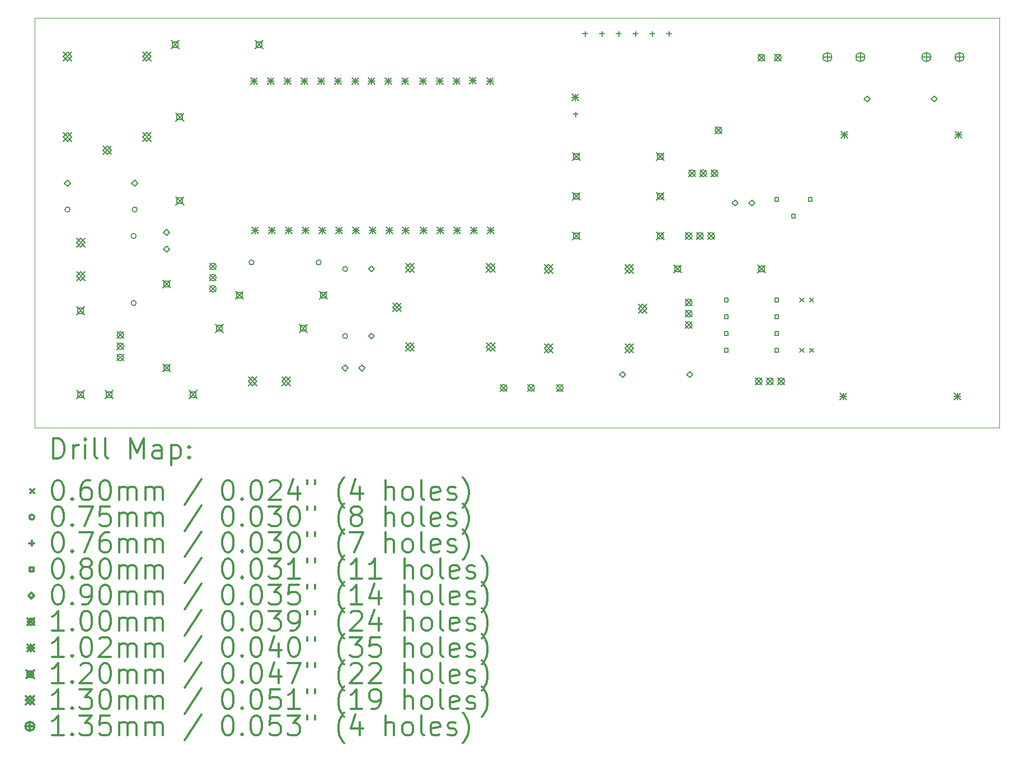
<source format=gbr>
%FSLAX45Y45*%
G04 Gerber Fmt 4.5, Leading zero omitted, Abs format (unit mm)*
G04 Created by KiCad (PCBNEW 5.1.7-a382d34a8~87~ubuntu18.04.1) date 2020-10-22 00:46:50*
%MOMM*%
%LPD*%
G01*
G04 APERTURE LIST*
%TA.AperFunction,Profile*%
%ADD10C,0.050000*%
%TD*%
%ADD11C,0.200000*%
%ADD12C,0.300000*%
G04 APERTURE END LIST*
D10*
X8100000Y-12500000D02*
X22700000Y-12500000D01*
X8100000Y-6300000D02*
X8100000Y-12500000D01*
X22700000Y-6300000D02*
X8100000Y-6300000D01*
X22700000Y-12500000D02*
X22700000Y-6300000D01*
D11*
X19681000Y-11298000D02*
X19741000Y-11358000D01*
X19741000Y-11298000D02*
X19681000Y-11358000D01*
X19831000Y-11298000D02*
X19891000Y-11358000D01*
X19891000Y-11298000D02*
X19831000Y-11358000D01*
X19681000Y-10536000D02*
X19741000Y-10596000D01*
X19741000Y-10536000D02*
X19681000Y-10596000D01*
X19831000Y-10536000D02*
X19891000Y-10596000D01*
X19891000Y-10536000D02*
X19831000Y-10596000D01*
X8637500Y-9200000D02*
G75*
G03*
X8637500Y-9200000I-37500J0D01*
G01*
X9653500Y-9200000D02*
G75*
G03*
X9653500Y-9200000I-37500J0D01*
G01*
X11421500Y-10000000D02*
G75*
G03*
X11421500Y-10000000I-37500J0D01*
G01*
X12437500Y-10000000D02*
G75*
G03*
X12437500Y-10000000I-37500J0D01*
G01*
X12837500Y-10100000D02*
G75*
G03*
X12837500Y-10100000I-37500J0D01*
G01*
X12837500Y-11116000D02*
G75*
G03*
X12837500Y-11116000I-37500J0D01*
G01*
X9637500Y-9600000D02*
G75*
G03*
X9637500Y-9600000I-37500J0D01*
G01*
X9637500Y-10616000D02*
G75*
G03*
X9637500Y-10616000I-37500J0D01*
G01*
X16288350Y-7717830D02*
X16288350Y-7794030D01*
X16250250Y-7755930D02*
X16326450Y-7755930D01*
X16430590Y-6499900D02*
X16430590Y-6576100D01*
X16392490Y-6538000D02*
X16468690Y-6538000D01*
X16684590Y-6499900D02*
X16684590Y-6576100D01*
X16646490Y-6538000D02*
X16722690Y-6538000D01*
X16938590Y-6499900D02*
X16938590Y-6576100D01*
X16900490Y-6538000D02*
X16976690Y-6538000D01*
X17192590Y-6499900D02*
X17192590Y-6576100D01*
X17154490Y-6538000D02*
X17230690Y-6538000D01*
X17446590Y-6499900D02*
X17446590Y-6576100D01*
X17408490Y-6538000D02*
X17484690Y-6538000D01*
X17700590Y-6499900D02*
X17700590Y-6576100D01*
X17662490Y-6538000D02*
X17738690Y-6538000D01*
X19358285Y-9070285D02*
X19358285Y-9013716D01*
X19301716Y-9013716D01*
X19301716Y-9070285D01*
X19358285Y-9070285D01*
X19612285Y-9324285D02*
X19612285Y-9267716D01*
X19555716Y-9267716D01*
X19555716Y-9324285D01*
X19612285Y-9324285D01*
X19866285Y-9070285D02*
X19866285Y-9013716D01*
X19809716Y-9013716D01*
X19809716Y-9070285D01*
X19866285Y-9070285D01*
X18596285Y-10594285D02*
X18596285Y-10537716D01*
X18539716Y-10537716D01*
X18539716Y-10594285D01*
X18596285Y-10594285D01*
X18596285Y-10848285D02*
X18596285Y-10791716D01*
X18539716Y-10791716D01*
X18539716Y-10848285D01*
X18596285Y-10848285D01*
X18596285Y-11102285D02*
X18596285Y-11045716D01*
X18539716Y-11045716D01*
X18539716Y-11102285D01*
X18596285Y-11102285D01*
X18596285Y-11356284D02*
X18596285Y-11299715D01*
X18539716Y-11299715D01*
X18539716Y-11356284D01*
X18596285Y-11356284D01*
X19358285Y-10594285D02*
X19358285Y-10537716D01*
X19301716Y-10537716D01*
X19301716Y-10594285D01*
X19358285Y-10594285D01*
X19358285Y-10848285D02*
X19358285Y-10791716D01*
X19301716Y-10791716D01*
X19301716Y-10848285D01*
X19358285Y-10848285D01*
X19358285Y-11102285D02*
X19358285Y-11045716D01*
X19301716Y-11045716D01*
X19301716Y-11102285D01*
X19358285Y-11102285D01*
X19358285Y-11356284D02*
X19358285Y-11299715D01*
X19301716Y-11299715D01*
X19301716Y-11356284D01*
X19358285Y-11356284D01*
X20700000Y-7571000D02*
X20745000Y-7526000D01*
X20700000Y-7481000D01*
X20655000Y-7526000D01*
X20700000Y-7571000D01*
X21716000Y-7571000D02*
X21761000Y-7526000D01*
X21716000Y-7481000D01*
X21671000Y-7526000D01*
X21716000Y-7571000D01*
X10100000Y-9591000D02*
X10145000Y-9546000D01*
X10100000Y-9501000D01*
X10055000Y-9546000D01*
X10100000Y-9591000D01*
X10100000Y-9845000D02*
X10145000Y-9800000D01*
X10100000Y-9755000D01*
X10055000Y-9800000D01*
X10100000Y-9845000D01*
X8600000Y-8845000D02*
X8645000Y-8800000D01*
X8600000Y-8755000D01*
X8555000Y-8800000D01*
X8600000Y-8845000D01*
X9616000Y-8845000D02*
X9661000Y-8800000D01*
X9616000Y-8755000D01*
X9571000Y-8800000D01*
X9616000Y-8845000D01*
X17000000Y-11745000D02*
X17045000Y-11700000D01*
X17000000Y-11655000D01*
X16955000Y-11700000D01*
X17000000Y-11745000D01*
X18016000Y-11745000D02*
X18061000Y-11700000D01*
X18016000Y-11655000D01*
X17971000Y-11700000D01*
X18016000Y-11745000D01*
X18700000Y-9145000D02*
X18745000Y-9100000D01*
X18700000Y-9055000D01*
X18655000Y-9100000D01*
X18700000Y-9145000D01*
X18954000Y-9145000D02*
X18999000Y-9100000D01*
X18954000Y-9055000D01*
X18909000Y-9100000D01*
X18954000Y-9145000D01*
X13200000Y-10145000D02*
X13245000Y-10100000D01*
X13200000Y-10055000D01*
X13155000Y-10100000D01*
X13200000Y-10145000D01*
X13200000Y-11161000D02*
X13245000Y-11116000D01*
X13200000Y-11071000D01*
X13155000Y-11116000D01*
X13200000Y-11161000D01*
X12800000Y-11645000D02*
X12845000Y-11600000D01*
X12800000Y-11555000D01*
X12755000Y-11600000D01*
X12800000Y-11645000D01*
X13054000Y-11645000D02*
X13099000Y-11600000D01*
X13054000Y-11555000D01*
X13009000Y-11600000D01*
X13054000Y-11645000D01*
X18400000Y-7950000D02*
X18500000Y-8050000D01*
X18500000Y-7950000D02*
X18400000Y-8050000D01*
X18500000Y-8000000D02*
G75*
G03*
X18500000Y-8000000I-50000J0D01*
G01*
X19050000Y-6850000D02*
X19150000Y-6950000D01*
X19150000Y-6850000D02*
X19050000Y-6950000D01*
X19150000Y-6900000D02*
G75*
G03*
X19150000Y-6900000I-50000J0D01*
G01*
X19300000Y-6850000D02*
X19400000Y-6950000D01*
X19400000Y-6850000D02*
X19300000Y-6950000D01*
X19400000Y-6900000D02*
G75*
G03*
X19400000Y-6900000I-50000J0D01*
G01*
X16000000Y-11850000D02*
X16100000Y-11950000D01*
X16100000Y-11850000D02*
X16000000Y-11950000D01*
X16100000Y-11900000D02*
G75*
G03*
X16100000Y-11900000I-50000J0D01*
G01*
X10750000Y-10010000D02*
X10850000Y-10110000D01*
X10850000Y-10010000D02*
X10750000Y-10110000D01*
X10850000Y-10060000D02*
G75*
G03*
X10850000Y-10060000I-50000J0D01*
G01*
X10750000Y-10180000D02*
X10850000Y-10280000D01*
X10850000Y-10180000D02*
X10750000Y-10280000D01*
X10850000Y-10230000D02*
G75*
G03*
X10850000Y-10230000I-50000J0D01*
G01*
X10750000Y-10350000D02*
X10850000Y-10450000D01*
X10850000Y-10350000D02*
X10750000Y-10450000D01*
X10850000Y-10400000D02*
G75*
G03*
X10850000Y-10400000I-50000J0D01*
G01*
X17950000Y-9550000D02*
X18050000Y-9650000D01*
X18050000Y-9550000D02*
X17950000Y-9650000D01*
X18050000Y-9600000D02*
G75*
G03*
X18050000Y-9600000I-50000J0D01*
G01*
X18120000Y-9550000D02*
X18220000Y-9650000D01*
X18220000Y-9550000D02*
X18120000Y-9650000D01*
X18220000Y-9600000D02*
G75*
G03*
X18220000Y-9600000I-50000J0D01*
G01*
X18290000Y-9550000D02*
X18390000Y-9650000D01*
X18390000Y-9550000D02*
X18290000Y-9650000D01*
X18390000Y-9600000D02*
G75*
G03*
X18390000Y-9600000I-50000J0D01*
G01*
X18000000Y-8600000D02*
X18100000Y-8700000D01*
X18100000Y-8600000D02*
X18000000Y-8700000D01*
X18100000Y-8650000D02*
G75*
G03*
X18100000Y-8650000I-50000J0D01*
G01*
X18170000Y-8600000D02*
X18270000Y-8700000D01*
X18270000Y-8600000D02*
X18170000Y-8700000D01*
X18270000Y-8650000D02*
G75*
G03*
X18270000Y-8650000I-50000J0D01*
G01*
X18340000Y-8600000D02*
X18440000Y-8700000D01*
X18440000Y-8600000D02*
X18340000Y-8700000D01*
X18440000Y-8650000D02*
G75*
G03*
X18440000Y-8650000I-50000J0D01*
G01*
X15565000Y-11850000D02*
X15665000Y-11950000D01*
X15665000Y-11850000D02*
X15565000Y-11950000D01*
X15665000Y-11900000D02*
G75*
G03*
X15665000Y-11900000I-50000J0D01*
G01*
X17950000Y-10557000D02*
X18050000Y-10657000D01*
X18050000Y-10557000D02*
X17950000Y-10657000D01*
X18050000Y-10607000D02*
G75*
G03*
X18050000Y-10607000I-50000J0D01*
G01*
X17950000Y-10727000D02*
X18050000Y-10827000D01*
X18050000Y-10727000D02*
X17950000Y-10827000D01*
X18050000Y-10777000D02*
G75*
G03*
X18050000Y-10777000I-50000J0D01*
G01*
X17950000Y-10897000D02*
X18050000Y-10997000D01*
X18050000Y-10897000D02*
X17950000Y-10997000D01*
X18050000Y-10947000D02*
G75*
G03*
X18050000Y-10947000I-50000J0D01*
G01*
X15150000Y-11850000D02*
X15250000Y-11950000D01*
X15250000Y-11850000D02*
X15150000Y-11950000D01*
X15250000Y-11900000D02*
G75*
G03*
X15250000Y-11900000I-50000J0D01*
G01*
X19010000Y-11750000D02*
X19110000Y-11850000D01*
X19110000Y-11750000D02*
X19010000Y-11850000D01*
X19110000Y-11800000D02*
G75*
G03*
X19110000Y-11800000I-50000J0D01*
G01*
X19180000Y-11750000D02*
X19280000Y-11850000D01*
X19280000Y-11750000D02*
X19180000Y-11850000D01*
X19280000Y-11800000D02*
G75*
G03*
X19280000Y-11800000I-50000J0D01*
G01*
X19350000Y-11750000D02*
X19450000Y-11850000D01*
X19450000Y-11750000D02*
X19350000Y-11850000D01*
X19450000Y-11800000D02*
G75*
G03*
X19450000Y-11800000I-50000J0D01*
G01*
X9350000Y-11050000D02*
X9450000Y-11150000D01*
X9450000Y-11050000D02*
X9350000Y-11150000D01*
X9450000Y-11100000D02*
G75*
G03*
X9450000Y-11100000I-50000J0D01*
G01*
X9350000Y-11220000D02*
X9450000Y-11320000D01*
X9450000Y-11220000D02*
X9350000Y-11320000D01*
X9450000Y-11270000D02*
G75*
G03*
X9450000Y-11270000I-50000J0D01*
G01*
X9350000Y-11390000D02*
X9450000Y-11490000D01*
X9450000Y-11390000D02*
X9350000Y-11490000D01*
X9450000Y-11440000D02*
G75*
G03*
X9450000Y-11440000I-50000J0D01*
G01*
X20286110Y-11976760D02*
X20388110Y-12078760D01*
X20388110Y-11976760D02*
X20286110Y-12078760D01*
X20337110Y-11976760D02*
X20337110Y-12078760D01*
X20286110Y-12027760D02*
X20388110Y-12027760D01*
X20305160Y-8018170D02*
X20407160Y-8120170D01*
X20407160Y-8018170D02*
X20305160Y-8120170D01*
X20356160Y-8018170D02*
X20356160Y-8120170D01*
X20305160Y-8069170D02*
X20407160Y-8069170D01*
X22015850Y-11975490D02*
X22117850Y-12077490D01*
X22117850Y-11975490D02*
X22015850Y-12077490D01*
X22066850Y-11975490D02*
X22066850Y-12077490D01*
X22015850Y-12026490D02*
X22117850Y-12026490D01*
X22034900Y-8016900D02*
X22136900Y-8118900D01*
X22136900Y-8016900D02*
X22034900Y-8118900D01*
X22085900Y-8016900D02*
X22085900Y-8118900D01*
X22034900Y-8067900D02*
X22136900Y-8067900D01*
X11373310Y-7201860D02*
X11475310Y-7303860D01*
X11475310Y-7201860D02*
X11373310Y-7303860D01*
X11424310Y-7201860D02*
X11424310Y-7303860D01*
X11373310Y-7252860D02*
X11475310Y-7252860D01*
X11386010Y-9462460D02*
X11488010Y-9564460D01*
X11488010Y-9462460D02*
X11386010Y-9564460D01*
X11437010Y-9462460D02*
X11437010Y-9564460D01*
X11386010Y-9513460D02*
X11488010Y-9513460D01*
X11627310Y-7201860D02*
X11729310Y-7303860D01*
X11729310Y-7201860D02*
X11627310Y-7303860D01*
X11678310Y-7201860D02*
X11678310Y-7303860D01*
X11627310Y-7252860D02*
X11729310Y-7252860D01*
X11640010Y-9462460D02*
X11742010Y-9564460D01*
X11742010Y-9462460D02*
X11640010Y-9564460D01*
X11691010Y-9462460D02*
X11691010Y-9564460D01*
X11640010Y-9513460D02*
X11742010Y-9513460D01*
X11881310Y-7201860D02*
X11983310Y-7303860D01*
X11983310Y-7201860D02*
X11881310Y-7303860D01*
X11932310Y-7201860D02*
X11932310Y-7303860D01*
X11881310Y-7252860D02*
X11983310Y-7252860D01*
X11894010Y-9462460D02*
X11996010Y-9564460D01*
X11996010Y-9462460D02*
X11894010Y-9564460D01*
X11945010Y-9462460D02*
X11945010Y-9564460D01*
X11894010Y-9513460D02*
X11996010Y-9513460D01*
X12135310Y-7201860D02*
X12237310Y-7303860D01*
X12237310Y-7201860D02*
X12135310Y-7303860D01*
X12186310Y-7201860D02*
X12186310Y-7303860D01*
X12135310Y-7252860D02*
X12237310Y-7252860D01*
X12148010Y-9462460D02*
X12250010Y-9564460D01*
X12250010Y-9462460D02*
X12148010Y-9564460D01*
X12199010Y-9462460D02*
X12199010Y-9564460D01*
X12148010Y-9513460D02*
X12250010Y-9513460D01*
X12389310Y-7201860D02*
X12491310Y-7303860D01*
X12491310Y-7201860D02*
X12389310Y-7303860D01*
X12440310Y-7201860D02*
X12440310Y-7303860D01*
X12389310Y-7252860D02*
X12491310Y-7252860D01*
X12402010Y-9462460D02*
X12504010Y-9564460D01*
X12504010Y-9462460D02*
X12402010Y-9564460D01*
X12453010Y-9462460D02*
X12453010Y-9564460D01*
X12402010Y-9513460D02*
X12504010Y-9513460D01*
X12643310Y-7201860D02*
X12745310Y-7303860D01*
X12745310Y-7201860D02*
X12643310Y-7303860D01*
X12694310Y-7201860D02*
X12694310Y-7303860D01*
X12643310Y-7252860D02*
X12745310Y-7252860D01*
X12656010Y-9462460D02*
X12758010Y-9564460D01*
X12758010Y-9462460D02*
X12656010Y-9564460D01*
X12707010Y-9462460D02*
X12707010Y-9564460D01*
X12656010Y-9513460D02*
X12758010Y-9513460D01*
X12906200Y-7204400D02*
X13008200Y-7306400D01*
X13008200Y-7204400D02*
X12906200Y-7306400D01*
X12957200Y-7204400D02*
X12957200Y-7306400D01*
X12906200Y-7255400D02*
X13008200Y-7255400D01*
X12910010Y-9462460D02*
X13012010Y-9564460D01*
X13012010Y-9462460D02*
X12910010Y-9564460D01*
X12961010Y-9462460D02*
X12961010Y-9564460D01*
X12910010Y-9513460D02*
X13012010Y-9513460D01*
X13151310Y-7201860D02*
X13253310Y-7303860D01*
X13253310Y-7201860D02*
X13151310Y-7303860D01*
X13202310Y-7201860D02*
X13202310Y-7303860D01*
X13151310Y-7252860D02*
X13253310Y-7252860D01*
X13164010Y-9462460D02*
X13266010Y-9564460D01*
X13266010Y-9462460D02*
X13164010Y-9564460D01*
X13215010Y-9462460D02*
X13215010Y-9564460D01*
X13164010Y-9513460D02*
X13266010Y-9513460D01*
X13405310Y-7201860D02*
X13507310Y-7303860D01*
X13507310Y-7201860D02*
X13405310Y-7303860D01*
X13456310Y-7201860D02*
X13456310Y-7303860D01*
X13405310Y-7252860D02*
X13507310Y-7252860D01*
X13418010Y-9462460D02*
X13520010Y-9564460D01*
X13520010Y-9462460D02*
X13418010Y-9564460D01*
X13469010Y-9462460D02*
X13469010Y-9564460D01*
X13418010Y-9513460D02*
X13520010Y-9513460D01*
X13659310Y-7201860D02*
X13761310Y-7303860D01*
X13761310Y-7201860D02*
X13659310Y-7303860D01*
X13710310Y-7201860D02*
X13710310Y-7303860D01*
X13659310Y-7252860D02*
X13761310Y-7252860D01*
X13668200Y-9465000D02*
X13770200Y-9567000D01*
X13770200Y-9465000D02*
X13668200Y-9567000D01*
X13719200Y-9465000D02*
X13719200Y-9567000D01*
X13668200Y-9516000D02*
X13770200Y-9516000D01*
X13926010Y-7201860D02*
X14028010Y-7303860D01*
X14028010Y-7201860D02*
X13926010Y-7303860D01*
X13977010Y-7201860D02*
X13977010Y-7303860D01*
X13926010Y-7252860D02*
X14028010Y-7252860D01*
X13938710Y-9462460D02*
X14040710Y-9564460D01*
X14040710Y-9462460D02*
X13938710Y-9564460D01*
X13989710Y-9462460D02*
X13989710Y-9564460D01*
X13938710Y-9513460D02*
X14040710Y-9513460D01*
X14180010Y-7201860D02*
X14282010Y-7303860D01*
X14282010Y-7201860D02*
X14180010Y-7303860D01*
X14231010Y-7201860D02*
X14231010Y-7303860D01*
X14180010Y-7252860D02*
X14282010Y-7252860D01*
X14192710Y-9462460D02*
X14294710Y-9564460D01*
X14294710Y-9462460D02*
X14192710Y-9564460D01*
X14243710Y-9462460D02*
X14243710Y-9564460D01*
X14192710Y-9513460D02*
X14294710Y-9513460D01*
X14434010Y-7201860D02*
X14536010Y-7303860D01*
X14536010Y-7201860D02*
X14434010Y-7303860D01*
X14485010Y-7201860D02*
X14485010Y-7303860D01*
X14434010Y-7252860D02*
X14536010Y-7252860D01*
X14446710Y-9462460D02*
X14548710Y-9564460D01*
X14548710Y-9462460D02*
X14446710Y-9564460D01*
X14497710Y-9462460D02*
X14497710Y-9564460D01*
X14446710Y-9513460D02*
X14548710Y-9513460D01*
X14684200Y-7191700D02*
X14786200Y-7293700D01*
X14786200Y-7191700D02*
X14684200Y-7293700D01*
X14735200Y-7191700D02*
X14735200Y-7293700D01*
X14684200Y-7242700D02*
X14786200Y-7242700D01*
X14696900Y-9465000D02*
X14798900Y-9567000D01*
X14798900Y-9465000D02*
X14696900Y-9567000D01*
X14747900Y-9465000D02*
X14747900Y-9567000D01*
X14696900Y-9516000D02*
X14798900Y-9516000D01*
X14942010Y-7201860D02*
X15044010Y-7303860D01*
X15044010Y-7201860D02*
X14942010Y-7303860D01*
X14993010Y-7201860D02*
X14993010Y-7303860D01*
X14942010Y-7252860D02*
X15044010Y-7252860D01*
X14954710Y-9462460D02*
X15056710Y-9564460D01*
X15056710Y-9462460D02*
X14954710Y-9564460D01*
X15005710Y-9462460D02*
X15005710Y-9564460D01*
X14954710Y-9513460D02*
X15056710Y-9513460D01*
X16231000Y-7452200D02*
X16333000Y-7554200D01*
X16333000Y-7452200D02*
X16231000Y-7554200D01*
X16282000Y-7452200D02*
X16282000Y-7554200D01*
X16231000Y-7503200D02*
X16333000Y-7503200D01*
X9170000Y-11940000D02*
X9290000Y-12060000D01*
X9290000Y-11940000D02*
X9170000Y-12060000D01*
X9272427Y-12042427D02*
X9272427Y-11957573D01*
X9187573Y-11957573D01*
X9187573Y-12042427D01*
X9272427Y-12042427D01*
X10440000Y-11940000D02*
X10560000Y-12060000D01*
X10560000Y-11940000D02*
X10440000Y-12060000D01*
X10542427Y-12042427D02*
X10542427Y-11957573D01*
X10457573Y-11957573D01*
X10457573Y-12042427D01*
X10542427Y-12042427D01*
X8740000Y-10670000D02*
X8860000Y-10790000D01*
X8860000Y-10670000D02*
X8740000Y-10790000D01*
X8842427Y-10772427D02*
X8842427Y-10687573D01*
X8757573Y-10687573D01*
X8757573Y-10772427D01*
X8842427Y-10772427D01*
X8740000Y-11940000D02*
X8860000Y-12060000D01*
X8860000Y-11940000D02*
X8740000Y-12060000D01*
X8842427Y-12042427D02*
X8842427Y-11957573D01*
X8757573Y-11957573D01*
X8757573Y-12042427D01*
X8842427Y-12042427D01*
X10040000Y-10270000D02*
X10160000Y-10390000D01*
X10160000Y-10270000D02*
X10040000Y-10390000D01*
X10142427Y-10372427D02*
X10142427Y-10287573D01*
X10057573Y-10287573D01*
X10057573Y-10372427D01*
X10142427Y-10372427D01*
X10040000Y-11540000D02*
X10160000Y-11660000D01*
X10160000Y-11540000D02*
X10040000Y-11660000D01*
X10142427Y-11642427D02*
X10142427Y-11557573D01*
X10057573Y-11557573D01*
X10057573Y-11642427D01*
X10142427Y-11642427D01*
X16240000Y-9540000D02*
X16360000Y-9660000D01*
X16360000Y-9540000D02*
X16240000Y-9660000D01*
X16342427Y-9642427D02*
X16342427Y-9557573D01*
X16257573Y-9557573D01*
X16257573Y-9642427D01*
X16342427Y-9642427D01*
X17510000Y-9540000D02*
X17630000Y-9660000D01*
X17630000Y-9540000D02*
X17510000Y-9660000D01*
X17612427Y-9642427D02*
X17612427Y-9557573D01*
X17527573Y-9557573D01*
X17527573Y-9642427D01*
X17612427Y-9642427D01*
X10170000Y-6640000D02*
X10290000Y-6760000D01*
X10290000Y-6640000D02*
X10170000Y-6760000D01*
X10272427Y-6742427D02*
X10272427Y-6657573D01*
X10187573Y-6657573D01*
X10187573Y-6742427D01*
X10272427Y-6742427D01*
X11440000Y-6640000D02*
X11560000Y-6760000D01*
X11560000Y-6640000D02*
X11440000Y-6760000D01*
X11542427Y-6742427D02*
X11542427Y-6657573D01*
X11457573Y-6657573D01*
X11457573Y-6742427D01*
X11542427Y-6742427D01*
X17770000Y-10040000D02*
X17890000Y-10160000D01*
X17890000Y-10040000D02*
X17770000Y-10160000D01*
X17872427Y-10142427D02*
X17872427Y-10057573D01*
X17787573Y-10057573D01*
X17787573Y-10142427D01*
X17872427Y-10142427D01*
X19040000Y-10040000D02*
X19160000Y-10160000D01*
X19160000Y-10040000D02*
X19040000Y-10160000D01*
X19142427Y-10142427D02*
X19142427Y-10057573D01*
X19057573Y-10057573D01*
X19057573Y-10142427D01*
X19142427Y-10142427D01*
X10240000Y-7740000D02*
X10360000Y-7860000D01*
X10360000Y-7740000D02*
X10240000Y-7860000D01*
X10342427Y-7842427D02*
X10342427Y-7757573D01*
X10257573Y-7757573D01*
X10257573Y-7842427D01*
X10342427Y-7842427D01*
X10240000Y-9010000D02*
X10360000Y-9130000D01*
X10360000Y-9010000D02*
X10240000Y-9130000D01*
X10342427Y-9112427D02*
X10342427Y-9027573D01*
X10257573Y-9027573D01*
X10257573Y-9112427D01*
X10342427Y-9112427D01*
X11140000Y-10440000D02*
X11260000Y-10560000D01*
X11260000Y-10440000D02*
X11140000Y-10560000D01*
X11242427Y-10542427D02*
X11242427Y-10457573D01*
X11157573Y-10457573D01*
X11157573Y-10542427D01*
X11242427Y-10542427D01*
X12410000Y-10440000D02*
X12530000Y-10560000D01*
X12530000Y-10440000D02*
X12410000Y-10560000D01*
X12512427Y-10542427D02*
X12512427Y-10457573D01*
X12427573Y-10457573D01*
X12427573Y-10542427D01*
X12512427Y-10542427D01*
X16240000Y-8940000D02*
X16360000Y-9060000D01*
X16360000Y-8940000D02*
X16240000Y-9060000D01*
X16342427Y-9042427D02*
X16342427Y-8957573D01*
X16257573Y-8957573D01*
X16257573Y-9042427D01*
X16342427Y-9042427D01*
X17510000Y-8940000D02*
X17630000Y-9060000D01*
X17630000Y-8940000D02*
X17510000Y-9060000D01*
X17612427Y-9042427D02*
X17612427Y-8957573D01*
X17527573Y-8957573D01*
X17527573Y-9042427D01*
X17612427Y-9042427D01*
X10840000Y-10940000D02*
X10960000Y-11060000D01*
X10960000Y-10940000D02*
X10840000Y-11060000D01*
X10942427Y-11042427D02*
X10942427Y-10957573D01*
X10857573Y-10957573D01*
X10857573Y-11042427D01*
X10942427Y-11042427D01*
X12110000Y-10940000D02*
X12230000Y-11060000D01*
X12230000Y-10940000D02*
X12110000Y-11060000D01*
X12212427Y-11042427D02*
X12212427Y-10957573D01*
X12127573Y-10957573D01*
X12127573Y-11042427D01*
X12212427Y-11042427D01*
X16240000Y-8340000D02*
X16360000Y-8460000D01*
X16360000Y-8340000D02*
X16240000Y-8460000D01*
X16342427Y-8442427D02*
X16342427Y-8357573D01*
X16257573Y-8357573D01*
X16257573Y-8442427D01*
X16342427Y-8442427D01*
X17510000Y-8340000D02*
X17630000Y-8460000D01*
X17630000Y-8340000D02*
X17510000Y-8460000D01*
X17612427Y-8442427D02*
X17612427Y-8357573D01*
X17527573Y-8357573D01*
X17527573Y-8442427D01*
X17612427Y-8442427D01*
X8735000Y-9635000D02*
X8865000Y-9765000D01*
X8865000Y-9635000D02*
X8735000Y-9765000D01*
X8800000Y-9765000D02*
X8865000Y-9700000D01*
X8800000Y-9635000D01*
X8735000Y-9700000D01*
X8800000Y-9765000D01*
X8735000Y-10143000D02*
X8865000Y-10273000D01*
X8865000Y-10143000D02*
X8735000Y-10273000D01*
X8800000Y-10273000D02*
X8865000Y-10208000D01*
X8800000Y-10143000D01*
X8735000Y-10208000D01*
X8800000Y-10273000D01*
X11335000Y-11735000D02*
X11465000Y-11865000D01*
X11465000Y-11735000D02*
X11335000Y-11865000D01*
X11400000Y-11865000D02*
X11465000Y-11800000D01*
X11400000Y-11735000D01*
X11335000Y-11800000D01*
X11400000Y-11865000D01*
X11843000Y-11735000D02*
X11973000Y-11865000D01*
X11973000Y-11735000D02*
X11843000Y-11865000D01*
X11908000Y-11865000D02*
X11973000Y-11800000D01*
X11908000Y-11735000D01*
X11843000Y-11800000D01*
X11908000Y-11865000D01*
X8535000Y-6815000D02*
X8665000Y-6945000D01*
X8665000Y-6815000D02*
X8535000Y-6945000D01*
X8600000Y-6945000D02*
X8665000Y-6880000D01*
X8600000Y-6815000D01*
X8535000Y-6880000D01*
X8600000Y-6945000D01*
X8535000Y-8035000D02*
X8665000Y-8165000D01*
X8665000Y-8035000D02*
X8535000Y-8165000D01*
X8600000Y-8165000D02*
X8665000Y-8100000D01*
X8600000Y-8035000D01*
X8535000Y-8100000D01*
X8600000Y-8165000D01*
X9135000Y-8235000D02*
X9265000Y-8365000D01*
X9265000Y-8235000D02*
X9135000Y-8365000D01*
X9200000Y-8365000D02*
X9265000Y-8300000D01*
X9200000Y-8235000D01*
X9135000Y-8300000D01*
X9200000Y-8365000D01*
X9735000Y-6815000D02*
X9865000Y-6945000D01*
X9865000Y-6815000D02*
X9735000Y-6945000D01*
X9800000Y-6945000D02*
X9865000Y-6880000D01*
X9800000Y-6815000D01*
X9735000Y-6880000D01*
X9800000Y-6945000D01*
X9735000Y-8035000D02*
X9865000Y-8165000D01*
X9865000Y-8035000D02*
X9735000Y-8165000D01*
X9800000Y-8165000D02*
X9865000Y-8100000D01*
X9800000Y-8035000D01*
X9735000Y-8100000D01*
X9800000Y-8165000D01*
X13518000Y-10616000D02*
X13648000Y-10746000D01*
X13648000Y-10616000D02*
X13518000Y-10746000D01*
X13583000Y-10746000D02*
X13648000Y-10681000D01*
X13583000Y-10616000D01*
X13518000Y-10681000D01*
X13583000Y-10746000D01*
X13718000Y-10016000D02*
X13848000Y-10146000D01*
X13848000Y-10016000D02*
X13718000Y-10146000D01*
X13783000Y-10146000D02*
X13848000Y-10081000D01*
X13783000Y-10016000D01*
X13718000Y-10081000D01*
X13783000Y-10146000D01*
X13718000Y-11216000D02*
X13848000Y-11346000D01*
X13848000Y-11216000D02*
X13718000Y-11346000D01*
X13783000Y-11346000D02*
X13848000Y-11281000D01*
X13783000Y-11216000D01*
X13718000Y-11281000D01*
X13783000Y-11346000D01*
X14938000Y-10016000D02*
X15068000Y-10146000D01*
X15068000Y-10016000D02*
X14938000Y-10146000D01*
X15003000Y-10146000D02*
X15068000Y-10081000D01*
X15003000Y-10016000D01*
X14938000Y-10081000D01*
X15003000Y-10146000D01*
X14938000Y-11216000D02*
X15068000Y-11346000D01*
X15068000Y-11216000D02*
X14938000Y-11346000D01*
X15003000Y-11346000D02*
X15068000Y-11281000D01*
X15003000Y-11216000D01*
X14938000Y-11281000D01*
X15003000Y-11346000D01*
X15815000Y-10035000D02*
X15945000Y-10165000D01*
X15945000Y-10035000D02*
X15815000Y-10165000D01*
X15880000Y-10165000D02*
X15945000Y-10100000D01*
X15880000Y-10035000D01*
X15815000Y-10100000D01*
X15880000Y-10165000D01*
X15815000Y-11235000D02*
X15945000Y-11365000D01*
X15945000Y-11235000D02*
X15815000Y-11365000D01*
X15880000Y-11365000D02*
X15945000Y-11300000D01*
X15880000Y-11235000D01*
X15815000Y-11300000D01*
X15880000Y-11365000D01*
X17035000Y-10035000D02*
X17165000Y-10165000D01*
X17165000Y-10035000D02*
X17035000Y-10165000D01*
X17100000Y-10165000D02*
X17165000Y-10100000D01*
X17100000Y-10035000D01*
X17035000Y-10100000D01*
X17100000Y-10165000D01*
X17035000Y-11235000D02*
X17165000Y-11365000D01*
X17165000Y-11235000D02*
X17035000Y-11365000D01*
X17100000Y-11365000D02*
X17165000Y-11300000D01*
X17100000Y-11235000D01*
X17035000Y-11300000D01*
X17100000Y-11365000D01*
X17235000Y-10635000D02*
X17365000Y-10765000D01*
X17365000Y-10635000D02*
X17235000Y-10765000D01*
X17300000Y-10765000D02*
X17365000Y-10700000D01*
X17300000Y-10635000D01*
X17235000Y-10700000D01*
X17300000Y-10765000D01*
X20097000Y-6823500D02*
X20097000Y-6958500D01*
X20029500Y-6891000D02*
X20164500Y-6891000D01*
X20164500Y-6891000D02*
G75*
G03*
X20164500Y-6891000I-67500J0D01*
G01*
X20597000Y-6823500D02*
X20597000Y-6958500D01*
X20529500Y-6891000D02*
X20664500Y-6891000D01*
X20664500Y-6891000D02*
G75*
G03*
X20664500Y-6891000I-67500J0D01*
G01*
X21597000Y-6823500D02*
X21597000Y-6958500D01*
X21529500Y-6891000D02*
X21664500Y-6891000D01*
X21664500Y-6891000D02*
G75*
G03*
X21664500Y-6891000I-67500J0D01*
G01*
X22097000Y-6823500D02*
X22097000Y-6958500D01*
X22029500Y-6891000D02*
X22164500Y-6891000D01*
X22164500Y-6891000D02*
G75*
G03*
X22164500Y-6891000I-67500J0D01*
G01*
D12*
X8383928Y-12968214D02*
X8383928Y-12668214D01*
X8455357Y-12668214D01*
X8498214Y-12682500D01*
X8526786Y-12711071D01*
X8541071Y-12739643D01*
X8555357Y-12796786D01*
X8555357Y-12839643D01*
X8541071Y-12896786D01*
X8526786Y-12925357D01*
X8498214Y-12953929D01*
X8455357Y-12968214D01*
X8383928Y-12968214D01*
X8683928Y-12968214D02*
X8683928Y-12768214D01*
X8683928Y-12825357D02*
X8698214Y-12796786D01*
X8712500Y-12782500D01*
X8741071Y-12768214D01*
X8769643Y-12768214D01*
X8869643Y-12968214D02*
X8869643Y-12768214D01*
X8869643Y-12668214D02*
X8855357Y-12682500D01*
X8869643Y-12696786D01*
X8883928Y-12682500D01*
X8869643Y-12668214D01*
X8869643Y-12696786D01*
X9055357Y-12968214D02*
X9026786Y-12953929D01*
X9012500Y-12925357D01*
X9012500Y-12668214D01*
X9212500Y-12968214D02*
X9183928Y-12953929D01*
X9169643Y-12925357D01*
X9169643Y-12668214D01*
X9555357Y-12968214D02*
X9555357Y-12668214D01*
X9655357Y-12882500D01*
X9755357Y-12668214D01*
X9755357Y-12968214D01*
X10026786Y-12968214D02*
X10026786Y-12811071D01*
X10012500Y-12782500D01*
X9983928Y-12768214D01*
X9926786Y-12768214D01*
X9898214Y-12782500D01*
X10026786Y-12953929D02*
X9998214Y-12968214D01*
X9926786Y-12968214D01*
X9898214Y-12953929D01*
X9883928Y-12925357D01*
X9883928Y-12896786D01*
X9898214Y-12868214D01*
X9926786Y-12853929D01*
X9998214Y-12853929D01*
X10026786Y-12839643D01*
X10169643Y-12768214D02*
X10169643Y-13068214D01*
X10169643Y-12782500D02*
X10198214Y-12768214D01*
X10255357Y-12768214D01*
X10283928Y-12782500D01*
X10298214Y-12796786D01*
X10312500Y-12825357D01*
X10312500Y-12911071D01*
X10298214Y-12939643D01*
X10283928Y-12953929D01*
X10255357Y-12968214D01*
X10198214Y-12968214D01*
X10169643Y-12953929D01*
X10441071Y-12939643D02*
X10455357Y-12953929D01*
X10441071Y-12968214D01*
X10426786Y-12953929D01*
X10441071Y-12939643D01*
X10441071Y-12968214D01*
X10441071Y-12782500D02*
X10455357Y-12796786D01*
X10441071Y-12811071D01*
X10426786Y-12796786D01*
X10441071Y-12782500D01*
X10441071Y-12811071D01*
X8037500Y-13432500D02*
X8097500Y-13492500D01*
X8097500Y-13432500D02*
X8037500Y-13492500D01*
X8441071Y-13298214D02*
X8469643Y-13298214D01*
X8498214Y-13312500D01*
X8512500Y-13326786D01*
X8526786Y-13355357D01*
X8541071Y-13412500D01*
X8541071Y-13483929D01*
X8526786Y-13541071D01*
X8512500Y-13569643D01*
X8498214Y-13583929D01*
X8469643Y-13598214D01*
X8441071Y-13598214D01*
X8412500Y-13583929D01*
X8398214Y-13569643D01*
X8383928Y-13541071D01*
X8369643Y-13483929D01*
X8369643Y-13412500D01*
X8383928Y-13355357D01*
X8398214Y-13326786D01*
X8412500Y-13312500D01*
X8441071Y-13298214D01*
X8669643Y-13569643D02*
X8683928Y-13583929D01*
X8669643Y-13598214D01*
X8655357Y-13583929D01*
X8669643Y-13569643D01*
X8669643Y-13598214D01*
X8941071Y-13298214D02*
X8883928Y-13298214D01*
X8855357Y-13312500D01*
X8841071Y-13326786D01*
X8812500Y-13369643D01*
X8798214Y-13426786D01*
X8798214Y-13541071D01*
X8812500Y-13569643D01*
X8826786Y-13583929D01*
X8855357Y-13598214D01*
X8912500Y-13598214D01*
X8941071Y-13583929D01*
X8955357Y-13569643D01*
X8969643Y-13541071D01*
X8969643Y-13469643D01*
X8955357Y-13441071D01*
X8941071Y-13426786D01*
X8912500Y-13412500D01*
X8855357Y-13412500D01*
X8826786Y-13426786D01*
X8812500Y-13441071D01*
X8798214Y-13469643D01*
X9155357Y-13298214D02*
X9183928Y-13298214D01*
X9212500Y-13312500D01*
X9226786Y-13326786D01*
X9241071Y-13355357D01*
X9255357Y-13412500D01*
X9255357Y-13483929D01*
X9241071Y-13541071D01*
X9226786Y-13569643D01*
X9212500Y-13583929D01*
X9183928Y-13598214D01*
X9155357Y-13598214D01*
X9126786Y-13583929D01*
X9112500Y-13569643D01*
X9098214Y-13541071D01*
X9083928Y-13483929D01*
X9083928Y-13412500D01*
X9098214Y-13355357D01*
X9112500Y-13326786D01*
X9126786Y-13312500D01*
X9155357Y-13298214D01*
X9383928Y-13598214D02*
X9383928Y-13398214D01*
X9383928Y-13426786D02*
X9398214Y-13412500D01*
X9426786Y-13398214D01*
X9469643Y-13398214D01*
X9498214Y-13412500D01*
X9512500Y-13441071D01*
X9512500Y-13598214D01*
X9512500Y-13441071D02*
X9526786Y-13412500D01*
X9555357Y-13398214D01*
X9598214Y-13398214D01*
X9626786Y-13412500D01*
X9641071Y-13441071D01*
X9641071Y-13598214D01*
X9783928Y-13598214D02*
X9783928Y-13398214D01*
X9783928Y-13426786D02*
X9798214Y-13412500D01*
X9826786Y-13398214D01*
X9869643Y-13398214D01*
X9898214Y-13412500D01*
X9912500Y-13441071D01*
X9912500Y-13598214D01*
X9912500Y-13441071D02*
X9926786Y-13412500D01*
X9955357Y-13398214D01*
X9998214Y-13398214D01*
X10026786Y-13412500D01*
X10041071Y-13441071D01*
X10041071Y-13598214D01*
X10626786Y-13283929D02*
X10369643Y-13669643D01*
X11012500Y-13298214D02*
X11041071Y-13298214D01*
X11069643Y-13312500D01*
X11083928Y-13326786D01*
X11098214Y-13355357D01*
X11112500Y-13412500D01*
X11112500Y-13483929D01*
X11098214Y-13541071D01*
X11083928Y-13569643D01*
X11069643Y-13583929D01*
X11041071Y-13598214D01*
X11012500Y-13598214D01*
X10983928Y-13583929D01*
X10969643Y-13569643D01*
X10955357Y-13541071D01*
X10941071Y-13483929D01*
X10941071Y-13412500D01*
X10955357Y-13355357D01*
X10969643Y-13326786D01*
X10983928Y-13312500D01*
X11012500Y-13298214D01*
X11241071Y-13569643D02*
X11255357Y-13583929D01*
X11241071Y-13598214D01*
X11226786Y-13583929D01*
X11241071Y-13569643D01*
X11241071Y-13598214D01*
X11441071Y-13298214D02*
X11469643Y-13298214D01*
X11498214Y-13312500D01*
X11512500Y-13326786D01*
X11526786Y-13355357D01*
X11541071Y-13412500D01*
X11541071Y-13483929D01*
X11526786Y-13541071D01*
X11512500Y-13569643D01*
X11498214Y-13583929D01*
X11469643Y-13598214D01*
X11441071Y-13598214D01*
X11412500Y-13583929D01*
X11398214Y-13569643D01*
X11383928Y-13541071D01*
X11369643Y-13483929D01*
X11369643Y-13412500D01*
X11383928Y-13355357D01*
X11398214Y-13326786D01*
X11412500Y-13312500D01*
X11441071Y-13298214D01*
X11655357Y-13326786D02*
X11669643Y-13312500D01*
X11698214Y-13298214D01*
X11769643Y-13298214D01*
X11798214Y-13312500D01*
X11812500Y-13326786D01*
X11826786Y-13355357D01*
X11826786Y-13383929D01*
X11812500Y-13426786D01*
X11641071Y-13598214D01*
X11826786Y-13598214D01*
X12083928Y-13398214D02*
X12083928Y-13598214D01*
X12012500Y-13283929D02*
X11941071Y-13498214D01*
X12126786Y-13498214D01*
X12226786Y-13298214D02*
X12226786Y-13355357D01*
X12341071Y-13298214D02*
X12341071Y-13355357D01*
X12783928Y-13712500D02*
X12769643Y-13698214D01*
X12741071Y-13655357D01*
X12726786Y-13626786D01*
X12712500Y-13583929D01*
X12698214Y-13512500D01*
X12698214Y-13455357D01*
X12712500Y-13383929D01*
X12726786Y-13341071D01*
X12741071Y-13312500D01*
X12769643Y-13269643D01*
X12783928Y-13255357D01*
X13026786Y-13398214D02*
X13026786Y-13598214D01*
X12955357Y-13283929D02*
X12883928Y-13498214D01*
X13069643Y-13498214D01*
X13412500Y-13598214D02*
X13412500Y-13298214D01*
X13541071Y-13598214D02*
X13541071Y-13441071D01*
X13526786Y-13412500D01*
X13498214Y-13398214D01*
X13455357Y-13398214D01*
X13426786Y-13412500D01*
X13412500Y-13426786D01*
X13726786Y-13598214D02*
X13698214Y-13583929D01*
X13683928Y-13569643D01*
X13669643Y-13541071D01*
X13669643Y-13455357D01*
X13683928Y-13426786D01*
X13698214Y-13412500D01*
X13726786Y-13398214D01*
X13769643Y-13398214D01*
X13798214Y-13412500D01*
X13812500Y-13426786D01*
X13826786Y-13455357D01*
X13826786Y-13541071D01*
X13812500Y-13569643D01*
X13798214Y-13583929D01*
X13769643Y-13598214D01*
X13726786Y-13598214D01*
X13998214Y-13598214D02*
X13969643Y-13583929D01*
X13955357Y-13555357D01*
X13955357Y-13298214D01*
X14226786Y-13583929D02*
X14198214Y-13598214D01*
X14141071Y-13598214D01*
X14112500Y-13583929D01*
X14098214Y-13555357D01*
X14098214Y-13441071D01*
X14112500Y-13412500D01*
X14141071Y-13398214D01*
X14198214Y-13398214D01*
X14226786Y-13412500D01*
X14241071Y-13441071D01*
X14241071Y-13469643D01*
X14098214Y-13498214D01*
X14355357Y-13583929D02*
X14383928Y-13598214D01*
X14441071Y-13598214D01*
X14469643Y-13583929D01*
X14483928Y-13555357D01*
X14483928Y-13541071D01*
X14469643Y-13512500D01*
X14441071Y-13498214D01*
X14398214Y-13498214D01*
X14369643Y-13483929D01*
X14355357Y-13455357D01*
X14355357Y-13441071D01*
X14369643Y-13412500D01*
X14398214Y-13398214D01*
X14441071Y-13398214D01*
X14469643Y-13412500D01*
X14583928Y-13712500D02*
X14598214Y-13698214D01*
X14626786Y-13655357D01*
X14641071Y-13626786D01*
X14655357Y-13583929D01*
X14669643Y-13512500D01*
X14669643Y-13455357D01*
X14655357Y-13383929D01*
X14641071Y-13341071D01*
X14626786Y-13312500D01*
X14598214Y-13269643D01*
X14583928Y-13255357D01*
X8097500Y-13858500D02*
G75*
G03*
X8097500Y-13858500I-37500J0D01*
G01*
X8441071Y-13694214D02*
X8469643Y-13694214D01*
X8498214Y-13708500D01*
X8512500Y-13722786D01*
X8526786Y-13751357D01*
X8541071Y-13808500D01*
X8541071Y-13879929D01*
X8526786Y-13937071D01*
X8512500Y-13965643D01*
X8498214Y-13979929D01*
X8469643Y-13994214D01*
X8441071Y-13994214D01*
X8412500Y-13979929D01*
X8398214Y-13965643D01*
X8383928Y-13937071D01*
X8369643Y-13879929D01*
X8369643Y-13808500D01*
X8383928Y-13751357D01*
X8398214Y-13722786D01*
X8412500Y-13708500D01*
X8441071Y-13694214D01*
X8669643Y-13965643D02*
X8683928Y-13979929D01*
X8669643Y-13994214D01*
X8655357Y-13979929D01*
X8669643Y-13965643D01*
X8669643Y-13994214D01*
X8783928Y-13694214D02*
X8983928Y-13694214D01*
X8855357Y-13994214D01*
X9241071Y-13694214D02*
X9098214Y-13694214D01*
X9083928Y-13837071D01*
X9098214Y-13822786D01*
X9126786Y-13808500D01*
X9198214Y-13808500D01*
X9226786Y-13822786D01*
X9241071Y-13837071D01*
X9255357Y-13865643D01*
X9255357Y-13937071D01*
X9241071Y-13965643D01*
X9226786Y-13979929D01*
X9198214Y-13994214D01*
X9126786Y-13994214D01*
X9098214Y-13979929D01*
X9083928Y-13965643D01*
X9383928Y-13994214D02*
X9383928Y-13794214D01*
X9383928Y-13822786D02*
X9398214Y-13808500D01*
X9426786Y-13794214D01*
X9469643Y-13794214D01*
X9498214Y-13808500D01*
X9512500Y-13837071D01*
X9512500Y-13994214D01*
X9512500Y-13837071D02*
X9526786Y-13808500D01*
X9555357Y-13794214D01*
X9598214Y-13794214D01*
X9626786Y-13808500D01*
X9641071Y-13837071D01*
X9641071Y-13994214D01*
X9783928Y-13994214D02*
X9783928Y-13794214D01*
X9783928Y-13822786D02*
X9798214Y-13808500D01*
X9826786Y-13794214D01*
X9869643Y-13794214D01*
X9898214Y-13808500D01*
X9912500Y-13837071D01*
X9912500Y-13994214D01*
X9912500Y-13837071D02*
X9926786Y-13808500D01*
X9955357Y-13794214D01*
X9998214Y-13794214D01*
X10026786Y-13808500D01*
X10041071Y-13837071D01*
X10041071Y-13994214D01*
X10626786Y-13679929D02*
X10369643Y-14065643D01*
X11012500Y-13694214D02*
X11041071Y-13694214D01*
X11069643Y-13708500D01*
X11083928Y-13722786D01*
X11098214Y-13751357D01*
X11112500Y-13808500D01*
X11112500Y-13879929D01*
X11098214Y-13937071D01*
X11083928Y-13965643D01*
X11069643Y-13979929D01*
X11041071Y-13994214D01*
X11012500Y-13994214D01*
X10983928Y-13979929D01*
X10969643Y-13965643D01*
X10955357Y-13937071D01*
X10941071Y-13879929D01*
X10941071Y-13808500D01*
X10955357Y-13751357D01*
X10969643Y-13722786D01*
X10983928Y-13708500D01*
X11012500Y-13694214D01*
X11241071Y-13965643D02*
X11255357Y-13979929D01*
X11241071Y-13994214D01*
X11226786Y-13979929D01*
X11241071Y-13965643D01*
X11241071Y-13994214D01*
X11441071Y-13694214D02*
X11469643Y-13694214D01*
X11498214Y-13708500D01*
X11512500Y-13722786D01*
X11526786Y-13751357D01*
X11541071Y-13808500D01*
X11541071Y-13879929D01*
X11526786Y-13937071D01*
X11512500Y-13965643D01*
X11498214Y-13979929D01*
X11469643Y-13994214D01*
X11441071Y-13994214D01*
X11412500Y-13979929D01*
X11398214Y-13965643D01*
X11383928Y-13937071D01*
X11369643Y-13879929D01*
X11369643Y-13808500D01*
X11383928Y-13751357D01*
X11398214Y-13722786D01*
X11412500Y-13708500D01*
X11441071Y-13694214D01*
X11641071Y-13694214D02*
X11826786Y-13694214D01*
X11726786Y-13808500D01*
X11769643Y-13808500D01*
X11798214Y-13822786D01*
X11812500Y-13837071D01*
X11826786Y-13865643D01*
X11826786Y-13937071D01*
X11812500Y-13965643D01*
X11798214Y-13979929D01*
X11769643Y-13994214D01*
X11683928Y-13994214D01*
X11655357Y-13979929D01*
X11641071Y-13965643D01*
X12012500Y-13694214D02*
X12041071Y-13694214D01*
X12069643Y-13708500D01*
X12083928Y-13722786D01*
X12098214Y-13751357D01*
X12112500Y-13808500D01*
X12112500Y-13879929D01*
X12098214Y-13937071D01*
X12083928Y-13965643D01*
X12069643Y-13979929D01*
X12041071Y-13994214D01*
X12012500Y-13994214D01*
X11983928Y-13979929D01*
X11969643Y-13965643D01*
X11955357Y-13937071D01*
X11941071Y-13879929D01*
X11941071Y-13808500D01*
X11955357Y-13751357D01*
X11969643Y-13722786D01*
X11983928Y-13708500D01*
X12012500Y-13694214D01*
X12226786Y-13694214D02*
X12226786Y-13751357D01*
X12341071Y-13694214D02*
X12341071Y-13751357D01*
X12783928Y-14108500D02*
X12769643Y-14094214D01*
X12741071Y-14051357D01*
X12726786Y-14022786D01*
X12712500Y-13979929D01*
X12698214Y-13908500D01*
X12698214Y-13851357D01*
X12712500Y-13779929D01*
X12726786Y-13737071D01*
X12741071Y-13708500D01*
X12769643Y-13665643D01*
X12783928Y-13651357D01*
X12941071Y-13822786D02*
X12912500Y-13808500D01*
X12898214Y-13794214D01*
X12883928Y-13765643D01*
X12883928Y-13751357D01*
X12898214Y-13722786D01*
X12912500Y-13708500D01*
X12941071Y-13694214D01*
X12998214Y-13694214D01*
X13026786Y-13708500D01*
X13041071Y-13722786D01*
X13055357Y-13751357D01*
X13055357Y-13765643D01*
X13041071Y-13794214D01*
X13026786Y-13808500D01*
X12998214Y-13822786D01*
X12941071Y-13822786D01*
X12912500Y-13837071D01*
X12898214Y-13851357D01*
X12883928Y-13879929D01*
X12883928Y-13937071D01*
X12898214Y-13965643D01*
X12912500Y-13979929D01*
X12941071Y-13994214D01*
X12998214Y-13994214D01*
X13026786Y-13979929D01*
X13041071Y-13965643D01*
X13055357Y-13937071D01*
X13055357Y-13879929D01*
X13041071Y-13851357D01*
X13026786Y-13837071D01*
X12998214Y-13822786D01*
X13412500Y-13994214D02*
X13412500Y-13694214D01*
X13541071Y-13994214D02*
X13541071Y-13837071D01*
X13526786Y-13808500D01*
X13498214Y-13794214D01*
X13455357Y-13794214D01*
X13426786Y-13808500D01*
X13412500Y-13822786D01*
X13726786Y-13994214D02*
X13698214Y-13979929D01*
X13683928Y-13965643D01*
X13669643Y-13937071D01*
X13669643Y-13851357D01*
X13683928Y-13822786D01*
X13698214Y-13808500D01*
X13726786Y-13794214D01*
X13769643Y-13794214D01*
X13798214Y-13808500D01*
X13812500Y-13822786D01*
X13826786Y-13851357D01*
X13826786Y-13937071D01*
X13812500Y-13965643D01*
X13798214Y-13979929D01*
X13769643Y-13994214D01*
X13726786Y-13994214D01*
X13998214Y-13994214D02*
X13969643Y-13979929D01*
X13955357Y-13951357D01*
X13955357Y-13694214D01*
X14226786Y-13979929D02*
X14198214Y-13994214D01*
X14141071Y-13994214D01*
X14112500Y-13979929D01*
X14098214Y-13951357D01*
X14098214Y-13837071D01*
X14112500Y-13808500D01*
X14141071Y-13794214D01*
X14198214Y-13794214D01*
X14226786Y-13808500D01*
X14241071Y-13837071D01*
X14241071Y-13865643D01*
X14098214Y-13894214D01*
X14355357Y-13979929D02*
X14383928Y-13994214D01*
X14441071Y-13994214D01*
X14469643Y-13979929D01*
X14483928Y-13951357D01*
X14483928Y-13937071D01*
X14469643Y-13908500D01*
X14441071Y-13894214D01*
X14398214Y-13894214D01*
X14369643Y-13879929D01*
X14355357Y-13851357D01*
X14355357Y-13837071D01*
X14369643Y-13808500D01*
X14398214Y-13794214D01*
X14441071Y-13794214D01*
X14469643Y-13808500D01*
X14583928Y-14108500D02*
X14598214Y-14094214D01*
X14626786Y-14051357D01*
X14641071Y-14022786D01*
X14655357Y-13979929D01*
X14669643Y-13908500D01*
X14669643Y-13851357D01*
X14655357Y-13779929D01*
X14641071Y-13737071D01*
X14626786Y-13708500D01*
X14598214Y-13665643D01*
X14583928Y-13651357D01*
X8059400Y-14216400D02*
X8059400Y-14292600D01*
X8021300Y-14254500D02*
X8097500Y-14254500D01*
X8441071Y-14090214D02*
X8469643Y-14090214D01*
X8498214Y-14104500D01*
X8512500Y-14118786D01*
X8526786Y-14147357D01*
X8541071Y-14204500D01*
X8541071Y-14275929D01*
X8526786Y-14333071D01*
X8512500Y-14361643D01*
X8498214Y-14375929D01*
X8469643Y-14390214D01*
X8441071Y-14390214D01*
X8412500Y-14375929D01*
X8398214Y-14361643D01*
X8383928Y-14333071D01*
X8369643Y-14275929D01*
X8369643Y-14204500D01*
X8383928Y-14147357D01*
X8398214Y-14118786D01*
X8412500Y-14104500D01*
X8441071Y-14090214D01*
X8669643Y-14361643D02*
X8683928Y-14375929D01*
X8669643Y-14390214D01*
X8655357Y-14375929D01*
X8669643Y-14361643D01*
X8669643Y-14390214D01*
X8783928Y-14090214D02*
X8983928Y-14090214D01*
X8855357Y-14390214D01*
X9226786Y-14090214D02*
X9169643Y-14090214D01*
X9141071Y-14104500D01*
X9126786Y-14118786D01*
X9098214Y-14161643D01*
X9083928Y-14218786D01*
X9083928Y-14333071D01*
X9098214Y-14361643D01*
X9112500Y-14375929D01*
X9141071Y-14390214D01*
X9198214Y-14390214D01*
X9226786Y-14375929D01*
X9241071Y-14361643D01*
X9255357Y-14333071D01*
X9255357Y-14261643D01*
X9241071Y-14233071D01*
X9226786Y-14218786D01*
X9198214Y-14204500D01*
X9141071Y-14204500D01*
X9112500Y-14218786D01*
X9098214Y-14233071D01*
X9083928Y-14261643D01*
X9383928Y-14390214D02*
X9383928Y-14190214D01*
X9383928Y-14218786D02*
X9398214Y-14204500D01*
X9426786Y-14190214D01*
X9469643Y-14190214D01*
X9498214Y-14204500D01*
X9512500Y-14233071D01*
X9512500Y-14390214D01*
X9512500Y-14233071D02*
X9526786Y-14204500D01*
X9555357Y-14190214D01*
X9598214Y-14190214D01*
X9626786Y-14204500D01*
X9641071Y-14233071D01*
X9641071Y-14390214D01*
X9783928Y-14390214D02*
X9783928Y-14190214D01*
X9783928Y-14218786D02*
X9798214Y-14204500D01*
X9826786Y-14190214D01*
X9869643Y-14190214D01*
X9898214Y-14204500D01*
X9912500Y-14233071D01*
X9912500Y-14390214D01*
X9912500Y-14233071D02*
X9926786Y-14204500D01*
X9955357Y-14190214D01*
X9998214Y-14190214D01*
X10026786Y-14204500D01*
X10041071Y-14233071D01*
X10041071Y-14390214D01*
X10626786Y-14075929D02*
X10369643Y-14461643D01*
X11012500Y-14090214D02*
X11041071Y-14090214D01*
X11069643Y-14104500D01*
X11083928Y-14118786D01*
X11098214Y-14147357D01*
X11112500Y-14204500D01*
X11112500Y-14275929D01*
X11098214Y-14333071D01*
X11083928Y-14361643D01*
X11069643Y-14375929D01*
X11041071Y-14390214D01*
X11012500Y-14390214D01*
X10983928Y-14375929D01*
X10969643Y-14361643D01*
X10955357Y-14333071D01*
X10941071Y-14275929D01*
X10941071Y-14204500D01*
X10955357Y-14147357D01*
X10969643Y-14118786D01*
X10983928Y-14104500D01*
X11012500Y-14090214D01*
X11241071Y-14361643D02*
X11255357Y-14375929D01*
X11241071Y-14390214D01*
X11226786Y-14375929D01*
X11241071Y-14361643D01*
X11241071Y-14390214D01*
X11441071Y-14090214D02*
X11469643Y-14090214D01*
X11498214Y-14104500D01*
X11512500Y-14118786D01*
X11526786Y-14147357D01*
X11541071Y-14204500D01*
X11541071Y-14275929D01*
X11526786Y-14333071D01*
X11512500Y-14361643D01*
X11498214Y-14375929D01*
X11469643Y-14390214D01*
X11441071Y-14390214D01*
X11412500Y-14375929D01*
X11398214Y-14361643D01*
X11383928Y-14333071D01*
X11369643Y-14275929D01*
X11369643Y-14204500D01*
X11383928Y-14147357D01*
X11398214Y-14118786D01*
X11412500Y-14104500D01*
X11441071Y-14090214D01*
X11641071Y-14090214D02*
X11826786Y-14090214D01*
X11726786Y-14204500D01*
X11769643Y-14204500D01*
X11798214Y-14218786D01*
X11812500Y-14233071D01*
X11826786Y-14261643D01*
X11826786Y-14333071D01*
X11812500Y-14361643D01*
X11798214Y-14375929D01*
X11769643Y-14390214D01*
X11683928Y-14390214D01*
X11655357Y-14375929D01*
X11641071Y-14361643D01*
X12012500Y-14090214D02*
X12041071Y-14090214D01*
X12069643Y-14104500D01*
X12083928Y-14118786D01*
X12098214Y-14147357D01*
X12112500Y-14204500D01*
X12112500Y-14275929D01*
X12098214Y-14333071D01*
X12083928Y-14361643D01*
X12069643Y-14375929D01*
X12041071Y-14390214D01*
X12012500Y-14390214D01*
X11983928Y-14375929D01*
X11969643Y-14361643D01*
X11955357Y-14333071D01*
X11941071Y-14275929D01*
X11941071Y-14204500D01*
X11955357Y-14147357D01*
X11969643Y-14118786D01*
X11983928Y-14104500D01*
X12012500Y-14090214D01*
X12226786Y-14090214D02*
X12226786Y-14147357D01*
X12341071Y-14090214D02*
X12341071Y-14147357D01*
X12783928Y-14504500D02*
X12769643Y-14490214D01*
X12741071Y-14447357D01*
X12726786Y-14418786D01*
X12712500Y-14375929D01*
X12698214Y-14304500D01*
X12698214Y-14247357D01*
X12712500Y-14175929D01*
X12726786Y-14133071D01*
X12741071Y-14104500D01*
X12769643Y-14061643D01*
X12783928Y-14047357D01*
X12869643Y-14090214D02*
X13069643Y-14090214D01*
X12941071Y-14390214D01*
X13412500Y-14390214D02*
X13412500Y-14090214D01*
X13541071Y-14390214D02*
X13541071Y-14233071D01*
X13526786Y-14204500D01*
X13498214Y-14190214D01*
X13455357Y-14190214D01*
X13426786Y-14204500D01*
X13412500Y-14218786D01*
X13726786Y-14390214D02*
X13698214Y-14375929D01*
X13683928Y-14361643D01*
X13669643Y-14333071D01*
X13669643Y-14247357D01*
X13683928Y-14218786D01*
X13698214Y-14204500D01*
X13726786Y-14190214D01*
X13769643Y-14190214D01*
X13798214Y-14204500D01*
X13812500Y-14218786D01*
X13826786Y-14247357D01*
X13826786Y-14333071D01*
X13812500Y-14361643D01*
X13798214Y-14375929D01*
X13769643Y-14390214D01*
X13726786Y-14390214D01*
X13998214Y-14390214D02*
X13969643Y-14375929D01*
X13955357Y-14347357D01*
X13955357Y-14090214D01*
X14226786Y-14375929D02*
X14198214Y-14390214D01*
X14141071Y-14390214D01*
X14112500Y-14375929D01*
X14098214Y-14347357D01*
X14098214Y-14233071D01*
X14112500Y-14204500D01*
X14141071Y-14190214D01*
X14198214Y-14190214D01*
X14226786Y-14204500D01*
X14241071Y-14233071D01*
X14241071Y-14261643D01*
X14098214Y-14290214D01*
X14355357Y-14375929D02*
X14383928Y-14390214D01*
X14441071Y-14390214D01*
X14469643Y-14375929D01*
X14483928Y-14347357D01*
X14483928Y-14333071D01*
X14469643Y-14304500D01*
X14441071Y-14290214D01*
X14398214Y-14290214D01*
X14369643Y-14275929D01*
X14355357Y-14247357D01*
X14355357Y-14233071D01*
X14369643Y-14204500D01*
X14398214Y-14190214D01*
X14441071Y-14190214D01*
X14469643Y-14204500D01*
X14583928Y-14504500D02*
X14598214Y-14490214D01*
X14626786Y-14447357D01*
X14641071Y-14418786D01*
X14655357Y-14375929D01*
X14669643Y-14304500D01*
X14669643Y-14247357D01*
X14655357Y-14175929D01*
X14641071Y-14133071D01*
X14626786Y-14104500D01*
X14598214Y-14061643D01*
X14583928Y-14047357D01*
X8085784Y-14678785D02*
X8085784Y-14622216D01*
X8029215Y-14622216D01*
X8029215Y-14678785D01*
X8085784Y-14678785D01*
X8441071Y-14486214D02*
X8469643Y-14486214D01*
X8498214Y-14500500D01*
X8512500Y-14514786D01*
X8526786Y-14543357D01*
X8541071Y-14600500D01*
X8541071Y-14671929D01*
X8526786Y-14729071D01*
X8512500Y-14757643D01*
X8498214Y-14771929D01*
X8469643Y-14786214D01*
X8441071Y-14786214D01*
X8412500Y-14771929D01*
X8398214Y-14757643D01*
X8383928Y-14729071D01*
X8369643Y-14671929D01*
X8369643Y-14600500D01*
X8383928Y-14543357D01*
X8398214Y-14514786D01*
X8412500Y-14500500D01*
X8441071Y-14486214D01*
X8669643Y-14757643D02*
X8683928Y-14771929D01*
X8669643Y-14786214D01*
X8655357Y-14771929D01*
X8669643Y-14757643D01*
X8669643Y-14786214D01*
X8855357Y-14614786D02*
X8826786Y-14600500D01*
X8812500Y-14586214D01*
X8798214Y-14557643D01*
X8798214Y-14543357D01*
X8812500Y-14514786D01*
X8826786Y-14500500D01*
X8855357Y-14486214D01*
X8912500Y-14486214D01*
X8941071Y-14500500D01*
X8955357Y-14514786D01*
X8969643Y-14543357D01*
X8969643Y-14557643D01*
X8955357Y-14586214D01*
X8941071Y-14600500D01*
X8912500Y-14614786D01*
X8855357Y-14614786D01*
X8826786Y-14629071D01*
X8812500Y-14643357D01*
X8798214Y-14671929D01*
X8798214Y-14729071D01*
X8812500Y-14757643D01*
X8826786Y-14771929D01*
X8855357Y-14786214D01*
X8912500Y-14786214D01*
X8941071Y-14771929D01*
X8955357Y-14757643D01*
X8969643Y-14729071D01*
X8969643Y-14671929D01*
X8955357Y-14643357D01*
X8941071Y-14629071D01*
X8912500Y-14614786D01*
X9155357Y-14486214D02*
X9183928Y-14486214D01*
X9212500Y-14500500D01*
X9226786Y-14514786D01*
X9241071Y-14543357D01*
X9255357Y-14600500D01*
X9255357Y-14671929D01*
X9241071Y-14729071D01*
X9226786Y-14757643D01*
X9212500Y-14771929D01*
X9183928Y-14786214D01*
X9155357Y-14786214D01*
X9126786Y-14771929D01*
X9112500Y-14757643D01*
X9098214Y-14729071D01*
X9083928Y-14671929D01*
X9083928Y-14600500D01*
X9098214Y-14543357D01*
X9112500Y-14514786D01*
X9126786Y-14500500D01*
X9155357Y-14486214D01*
X9383928Y-14786214D02*
X9383928Y-14586214D01*
X9383928Y-14614786D02*
X9398214Y-14600500D01*
X9426786Y-14586214D01*
X9469643Y-14586214D01*
X9498214Y-14600500D01*
X9512500Y-14629071D01*
X9512500Y-14786214D01*
X9512500Y-14629071D02*
X9526786Y-14600500D01*
X9555357Y-14586214D01*
X9598214Y-14586214D01*
X9626786Y-14600500D01*
X9641071Y-14629071D01*
X9641071Y-14786214D01*
X9783928Y-14786214D02*
X9783928Y-14586214D01*
X9783928Y-14614786D02*
X9798214Y-14600500D01*
X9826786Y-14586214D01*
X9869643Y-14586214D01*
X9898214Y-14600500D01*
X9912500Y-14629071D01*
X9912500Y-14786214D01*
X9912500Y-14629071D02*
X9926786Y-14600500D01*
X9955357Y-14586214D01*
X9998214Y-14586214D01*
X10026786Y-14600500D01*
X10041071Y-14629071D01*
X10041071Y-14786214D01*
X10626786Y-14471929D02*
X10369643Y-14857643D01*
X11012500Y-14486214D02*
X11041071Y-14486214D01*
X11069643Y-14500500D01*
X11083928Y-14514786D01*
X11098214Y-14543357D01*
X11112500Y-14600500D01*
X11112500Y-14671929D01*
X11098214Y-14729071D01*
X11083928Y-14757643D01*
X11069643Y-14771929D01*
X11041071Y-14786214D01*
X11012500Y-14786214D01*
X10983928Y-14771929D01*
X10969643Y-14757643D01*
X10955357Y-14729071D01*
X10941071Y-14671929D01*
X10941071Y-14600500D01*
X10955357Y-14543357D01*
X10969643Y-14514786D01*
X10983928Y-14500500D01*
X11012500Y-14486214D01*
X11241071Y-14757643D02*
X11255357Y-14771929D01*
X11241071Y-14786214D01*
X11226786Y-14771929D01*
X11241071Y-14757643D01*
X11241071Y-14786214D01*
X11441071Y-14486214D02*
X11469643Y-14486214D01*
X11498214Y-14500500D01*
X11512500Y-14514786D01*
X11526786Y-14543357D01*
X11541071Y-14600500D01*
X11541071Y-14671929D01*
X11526786Y-14729071D01*
X11512500Y-14757643D01*
X11498214Y-14771929D01*
X11469643Y-14786214D01*
X11441071Y-14786214D01*
X11412500Y-14771929D01*
X11398214Y-14757643D01*
X11383928Y-14729071D01*
X11369643Y-14671929D01*
X11369643Y-14600500D01*
X11383928Y-14543357D01*
X11398214Y-14514786D01*
X11412500Y-14500500D01*
X11441071Y-14486214D01*
X11641071Y-14486214D02*
X11826786Y-14486214D01*
X11726786Y-14600500D01*
X11769643Y-14600500D01*
X11798214Y-14614786D01*
X11812500Y-14629071D01*
X11826786Y-14657643D01*
X11826786Y-14729071D01*
X11812500Y-14757643D01*
X11798214Y-14771929D01*
X11769643Y-14786214D01*
X11683928Y-14786214D01*
X11655357Y-14771929D01*
X11641071Y-14757643D01*
X12112500Y-14786214D02*
X11941071Y-14786214D01*
X12026786Y-14786214D02*
X12026786Y-14486214D01*
X11998214Y-14529071D01*
X11969643Y-14557643D01*
X11941071Y-14571929D01*
X12226786Y-14486214D02*
X12226786Y-14543357D01*
X12341071Y-14486214D02*
X12341071Y-14543357D01*
X12783928Y-14900500D02*
X12769643Y-14886214D01*
X12741071Y-14843357D01*
X12726786Y-14814786D01*
X12712500Y-14771929D01*
X12698214Y-14700500D01*
X12698214Y-14643357D01*
X12712500Y-14571929D01*
X12726786Y-14529071D01*
X12741071Y-14500500D01*
X12769643Y-14457643D01*
X12783928Y-14443357D01*
X13055357Y-14786214D02*
X12883928Y-14786214D01*
X12969643Y-14786214D02*
X12969643Y-14486214D01*
X12941071Y-14529071D01*
X12912500Y-14557643D01*
X12883928Y-14571929D01*
X13341071Y-14786214D02*
X13169643Y-14786214D01*
X13255357Y-14786214D02*
X13255357Y-14486214D01*
X13226786Y-14529071D01*
X13198214Y-14557643D01*
X13169643Y-14571929D01*
X13698214Y-14786214D02*
X13698214Y-14486214D01*
X13826786Y-14786214D02*
X13826786Y-14629071D01*
X13812500Y-14600500D01*
X13783928Y-14586214D01*
X13741071Y-14586214D01*
X13712500Y-14600500D01*
X13698214Y-14614786D01*
X14012500Y-14786214D02*
X13983928Y-14771929D01*
X13969643Y-14757643D01*
X13955357Y-14729071D01*
X13955357Y-14643357D01*
X13969643Y-14614786D01*
X13983928Y-14600500D01*
X14012500Y-14586214D01*
X14055357Y-14586214D01*
X14083928Y-14600500D01*
X14098214Y-14614786D01*
X14112500Y-14643357D01*
X14112500Y-14729071D01*
X14098214Y-14757643D01*
X14083928Y-14771929D01*
X14055357Y-14786214D01*
X14012500Y-14786214D01*
X14283928Y-14786214D02*
X14255357Y-14771929D01*
X14241071Y-14743357D01*
X14241071Y-14486214D01*
X14512500Y-14771929D02*
X14483928Y-14786214D01*
X14426786Y-14786214D01*
X14398214Y-14771929D01*
X14383928Y-14743357D01*
X14383928Y-14629071D01*
X14398214Y-14600500D01*
X14426786Y-14586214D01*
X14483928Y-14586214D01*
X14512500Y-14600500D01*
X14526786Y-14629071D01*
X14526786Y-14657643D01*
X14383928Y-14686214D01*
X14641071Y-14771929D02*
X14669643Y-14786214D01*
X14726786Y-14786214D01*
X14755357Y-14771929D01*
X14769643Y-14743357D01*
X14769643Y-14729071D01*
X14755357Y-14700500D01*
X14726786Y-14686214D01*
X14683928Y-14686214D01*
X14655357Y-14671929D01*
X14641071Y-14643357D01*
X14641071Y-14629071D01*
X14655357Y-14600500D01*
X14683928Y-14586214D01*
X14726786Y-14586214D01*
X14755357Y-14600500D01*
X14869643Y-14900500D02*
X14883928Y-14886214D01*
X14912500Y-14843357D01*
X14926786Y-14814786D01*
X14941071Y-14771929D01*
X14955357Y-14700500D01*
X14955357Y-14643357D01*
X14941071Y-14571929D01*
X14926786Y-14529071D01*
X14912500Y-14500500D01*
X14883928Y-14457643D01*
X14869643Y-14443357D01*
X8052500Y-15091500D02*
X8097500Y-15046500D01*
X8052500Y-15001500D01*
X8007500Y-15046500D01*
X8052500Y-15091500D01*
X8441071Y-14882214D02*
X8469643Y-14882214D01*
X8498214Y-14896500D01*
X8512500Y-14910786D01*
X8526786Y-14939357D01*
X8541071Y-14996500D01*
X8541071Y-15067929D01*
X8526786Y-15125071D01*
X8512500Y-15153643D01*
X8498214Y-15167929D01*
X8469643Y-15182214D01*
X8441071Y-15182214D01*
X8412500Y-15167929D01*
X8398214Y-15153643D01*
X8383928Y-15125071D01*
X8369643Y-15067929D01*
X8369643Y-14996500D01*
X8383928Y-14939357D01*
X8398214Y-14910786D01*
X8412500Y-14896500D01*
X8441071Y-14882214D01*
X8669643Y-15153643D02*
X8683928Y-15167929D01*
X8669643Y-15182214D01*
X8655357Y-15167929D01*
X8669643Y-15153643D01*
X8669643Y-15182214D01*
X8826786Y-15182214D02*
X8883928Y-15182214D01*
X8912500Y-15167929D01*
X8926786Y-15153643D01*
X8955357Y-15110786D01*
X8969643Y-15053643D01*
X8969643Y-14939357D01*
X8955357Y-14910786D01*
X8941071Y-14896500D01*
X8912500Y-14882214D01*
X8855357Y-14882214D01*
X8826786Y-14896500D01*
X8812500Y-14910786D01*
X8798214Y-14939357D01*
X8798214Y-15010786D01*
X8812500Y-15039357D01*
X8826786Y-15053643D01*
X8855357Y-15067929D01*
X8912500Y-15067929D01*
X8941071Y-15053643D01*
X8955357Y-15039357D01*
X8969643Y-15010786D01*
X9155357Y-14882214D02*
X9183928Y-14882214D01*
X9212500Y-14896500D01*
X9226786Y-14910786D01*
X9241071Y-14939357D01*
X9255357Y-14996500D01*
X9255357Y-15067929D01*
X9241071Y-15125071D01*
X9226786Y-15153643D01*
X9212500Y-15167929D01*
X9183928Y-15182214D01*
X9155357Y-15182214D01*
X9126786Y-15167929D01*
X9112500Y-15153643D01*
X9098214Y-15125071D01*
X9083928Y-15067929D01*
X9083928Y-14996500D01*
X9098214Y-14939357D01*
X9112500Y-14910786D01*
X9126786Y-14896500D01*
X9155357Y-14882214D01*
X9383928Y-15182214D02*
X9383928Y-14982214D01*
X9383928Y-15010786D02*
X9398214Y-14996500D01*
X9426786Y-14982214D01*
X9469643Y-14982214D01*
X9498214Y-14996500D01*
X9512500Y-15025071D01*
X9512500Y-15182214D01*
X9512500Y-15025071D02*
X9526786Y-14996500D01*
X9555357Y-14982214D01*
X9598214Y-14982214D01*
X9626786Y-14996500D01*
X9641071Y-15025071D01*
X9641071Y-15182214D01*
X9783928Y-15182214D02*
X9783928Y-14982214D01*
X9783928Y-15010786D02*
X9798214Y-14996500D01*
X9826786Y-14982214D01*
X9869643Y-14982214D01*
X9898214Y-14996500D01*
X9912500Y-15025071D01*
X9912500Y-15182214D01*
X9912500Y-15025071D02*
X9926786Y-14996500D01*
X9955357Y-14982214D01*
X9998214Y-14982214D01*
X10026786Y-14996500D01*
X10041071Y-15025071D01*
X10041071Y-15182214D01*
X10626786Y-14867929D02*
X10369643Y-15253643D01*
X11012500Y-14882214D02*
X11041071Y-14882214D01*
X11069643Y-14896500D01*
X11083928Y-14910786D01*
X11098214Y-14939357D01*
X11112500Y-14996500D01*
X11112500Y-15067929D01*
X11098214Y-15125071D01*
X11083928Y-15153643D01*
X11069643Y-15167929D01*
X11041071Y-15182214D01*
X11012500Y-15182214D01*
X10983928Y-15167929D01*
X10969643Y-15153643D01*
X10955357Y-15125071D01*
X10941071Y-15067929D01*
X10941071Y-14996500D01*
X10955357Y-14939357D01*
X10969643Y-14910786D01*
X10983928Y-14896500D01*
X11012500Y-14882214D01*
X11241071Y-15153643D02*
X11255357Y-15167929D01*
X11241071Y-15182214D01*
X11226786Y-15167929D01*
X11241071Y-15153643D01*
X11241071Y-15182214D01*
X11441071Y-14882214D02*
X11469643Y-14882214D01*
X11498214Y-14896500D01*
X11512500Y-14910786D01*
X11526786Y-14939357D01*
X11541071Y-14996500D01*
X11541071Y-15067929D01*
X11526786Y-15125071D01*
X11512500Y-15153643D01*
X11498214Y-15167929D01*
X11469643Y-15182214D01*
X11441071Y-15182214D01*
X11412500Y-15167929D01*
X11398214Y-15153643D01*
X11383928Y-15125071D01*
X11369643Y-15067929D01*
X11369643Y-14996500D01*
X11383928Y-14939357D01*
X11398214Y-14910786D01*
X11412500Y-14896500D01*
X11441071Y-14882214D01*
X11641071Y-14882214D02*
X11826786Y-14882214D01*
X11726786Y-14996500D01*
X11769643Y-14996500D01*
X11798214Y-15010786D01*
X11812500Y-15025071D01*
X11826786Y-15053643D01*
X11826786Y-15125071D01*
X11812500Y-15153643D01*
X11798214Y-15167929D01*
X11769643Y-15182214D01*
X11683928Y-15182214D01*
X11655357Y-15167929D01*
X11641071Y-15153643D01*
X12098214Y-14882214D02*
X11955357Y-14882214D01*
X11941071Y-15025071D01*
X11955357Y-15010786D01*
X11983928Y-14996500D01*
X12055357Y-14996500D01*
X12083928Y-15010786D01*
X12098214Y-15025071D01*
X12112500Y-15053643D01*
X12112500Y-15125071D01*
X12098214Y-15153643D01*
X12083928Y-15167929D01*
X12055357Y-15182214D01*
X11983928Y-15182214D01*
X11955357Y-15167929D01*
X11941071Y-15153643D01*
X12226786Y-14882214D02*
X12226786Y-14939357D01*
X12341071Y-14882214D02*
X12341071Y-14939357D01*
X12783928Y-15296500D02*
X12769643Y-15282214D01*
X12741071Y-15239357D01*
X12726786Y-15210786D01*
X12712500Y-15167929D01*
X12698214Y-15096500D01*
X12698214Y-15039357D01*
X12712500Y-14967929D01*
X12726786Y-14925071D01*
X12741071Y-14896500D01*
X12769643Y-14853643D01*
X12783928Y-14839357D01*
X13055357Y-15182214D02*
X12883928Y-15182214D01*
X12969643Y-15182214D02*
X12969643Y-14882214D01*
X12941071Y-14925071D01*
X12912500Y-14953643D01*
X12883928Y-14967929D01*
X13312500Y-14982214D02*
X13312500Y-15182214D01*
X13241071Y-14867929D02*
X13169643Y-15082214D01*
X13355357Y-15082214D01*
X13698214Y-15182214D02*
X13698214Y-14882214D01*
X13826786Y-15182214D02*
X13826786Y-15025071D01*
X13812500Y-14996500D01*
X13783928Y-14982214D01*
X13741071Y-14982214D01*
X13712500Y-14996500D01*
X13698214Y-15010786D01*
X14012500Y-15182214D02*
X13983928Y-15167929D01*
X13969643Y-15153643D01*
X13955357Y-15125071D01*
X13955357Y-15039357D01*
X13969643Y-15010786D01*
X13983928Y-14996500D01*
X14012500Y-14982214D01*
X14055357Y-14982214D01*
X14083928Y-14996500D01*
X14098214Y-15010786D01*
X14112500Y-15039357D01*
X14112500Y-15125071D01*
X14098214Y-15153643D01*
X14083928Y-15167929D01*
X14055357Y-15182214D01*
X14012500Y-15182214D01*
X14283928Y-15182214D02*
X14255357Y-15167929D01*
X14241071Y-15139357D01*
X14241071Y-14882214D01*
X14512500Y-15167929D02*
X14483928Y-15182214D01*
X14426786Y-15182214D01*
X14398214Y-15167929D01*
X14383928Y-15139357D01*
X14383928Y-15025071D01*
X14398214Y-14996500D01*
X14426786Y-14982214D01*
X14483928Y-14982214D01*
X14512500Y-14996500D01*
X14526786Y-15025071D01*
X14526786Y-15053643D01*
X14383928Y-15082214D01*
X14641071Y-15167929D02*
X14669643Y-15182214D01*
X14726786Y-15182214D01*
X14755357Y-15167929D01*
X14769643Y-15139357D01*
X14769643Y-15125071D01*
X14755357Y-15096500D01*
X14726786Y-15082214D01*
X14683928Y-15082214D01*
X14655357Y-15067929D01*
X14641071Y-15039357D01*
X14641071Y-15025071D01*
X14655357Y-14996500D01*
X14683928Y-14982214D01*
X14726786Y-14982214D01*
X14755357Y-14996500D01*
X14869643Y-15296500D02*
X14883928Y-15282214D01*
X14912500Y-15239357D01*
X14926786Y-15210786D01*
X14941071Y-15167929D01*
X14955357Y-15096500D01*
X14955357Y-15039357D01*
X14941071Y-14967929D01*
X14926786Y-14925071D01*
X14912500Y-14896500D01*
X14883928Y-14853643D01*
X14869643Y-14839357D01*
X7997500Y-15392500D02*
X8097500Y-15492500D01*
X8097500Y-15392500D02*
X7997500Y-15492500D01*
X8097500Y-15442500D02*
G75*
G03*
X8097500Y-15442500I-50000J0D01*
G01*
X8541071Y-15578214D02*
X8369643Y-15578214D01*
X8455357Y-15578214D02*
X8455357Y-15278214D01*
X8426786Y-15321071D01*
X8398214Y-15349643D01*
X8369643Y-15363929D01*
X8669643Y-15549643D02*
X8683928Y-15563929D01*
X8669643Y-15578214D01*
X8655357Y-15563929D01*
X8669643Y-15549643D01*
X8669643Y-15578214D01*
X8869643Y-15278214D02*
X8898214Y-15278214D01*
X8926786Y-15292500D01*
X8941071Y-15306786D01*
X8955357Y-15335357D01*
X8969643Y-15392500D01*
X8969643Y-15463929D01*
X8955357Y-15521071D01*
X8941071Y-15549643D01*
X8926786Y-15563929D01*
X8898214Y-15578214D01*
X8869643Y-15578214D01*
X8841071Y-15563929D01*
X8826786Y-15549643D01*
X8812500Y-15521071D01*
X8798214Y-15463929D01*
X8798214Y-15392500D01*
X8812500Y-15335357D01*
X8826786Y-15306786D01*
X8841071Y-15292500D01*
X8869643Y-15278214D01*
X9155357Y-15278214D02*
X9183928Y-15278214D01*
X9212500Y-15292500D01*
X9226786Y-15306786D01*
X9241071Y-15335357D01*
X9255357Y-15392500D01*
X9255357Y-15463929D01*
X9241071Y-15521071D01*
X9226786Y-15549643D01*
X9212500Y-15563929D01*
X9183928Y-15578214D01*
X9155357Y-15578214D01*
X9126786Y-15563929D01*
X9112500Y-15549643D01*
X9098214Y-15521071D01*
X9083928Y-15463929D01*
X9083928Y-15392500D01*
X9098214Y-15335357D01*
X9112500Y-15306786D01*
X9126786Y-15292500D01*
X9155357Y-15278214D01*
X9383928Y-15578214D02*
X9383928Y-15378214D01*
X9383928Y-15406786D02*
X9398214Y-15392500D01*
X9426786Y-15378214D01*
X9469643Y-15378214D01*
X9498214Y-15392500D01*
X9512500Y-15421071D01*
X9512500Y-15578214D01*
X9512500Y-15421071D02*
X9526786Y-15392500D01*
X9555357Y-15378214D01*
X9598214Y-15378214D01*
X9626786Y-15392500D01*
X9641071Y-15421071D01*
X9641071Y-15578214D01*
X9783928Y-15578214D02*
X9783928Y-15378214D01*
X9783928Y-15406786D02*
X9798214Y-15392500D01*
X9826786Y-15378214D01*
X9869643Y-15378214D01*
X9898214Y-15392500D01*
X9912500Y-15421071D01*
X9912500Y-15578214D01*
X9912500Y-15421071D02*
X9926786Y-15392500D01*
X9955357Y-15378214D01*
X9998214Y-15378214D01*
X10026786Y-15392500D01*
X10041071Y-15421071D01*
X10041071Y-15578214D01*
X10626786Y-15263929D02*
X10369643Y-15649643D01*
X11012500Y-15278214D02*
X11041071Y-15278214D01*
X11069643Y-15292500D01*
X11083928Y-15306786D01*
X11098214Y-15335357D01*
X11112500Y-15392500D01*
X11112500Y-15463929D01*
X11098214Y-15521071D01*
X11083928Y-15549643D01*
X11069643Y-15563929D01*
X11041071Y-15578214D01*
X11012500Y-15578214D01*
X10983928Y-15563929D01*
X10969643Y-15549643D01*
X10955357Y-15521071D01*
X10941071Y-15463929D01*
X10941071Y-15392500D01*
X10955357Y-15335357D01*
X10969643Y-15306786D01*
X10983928Y-15292500D01*
X11012500Y-15278214D01*
X11241071Y-15549643D02*
X11255357Y-15563929D01*
X11241071Y-15578214D01*
X11226786Y-15563929D01*
X11241071Y-15549643D01*
X11241071Y-15578214D01*
X11441071Y-15278214D02*
X11469643Y-15278214D01*
X11498214Y-15292500D01*
X11512500Y-15306786D01*
X11526786Y-15335357D01*
X11541071Y-15392500D01*
X11541071Y-15463929D01*
X11526786Y-15521071D01*
X11512500Y-15549643D01*
X11498214Y-15563929D01*
X11469643Y-15578214D01*
X11441071Y-15578214D01*
X11412500Y-15563929D01*
X11398214Y-15549643D01*
X11383928Y-15521071D01*
X11369643Y-15463929D01*
X11369643Y-15392500D01*
X11383928Y-15335357D01*
X11398214Y-15306786D01*
X11412500Y-15292500D01*
X11441071Y-15278214D01*
X11641071Y-15278214D02*
X11826786Y-15278214D01*
X11726786Y-15392500D01*
X11769643Y-15392500D01*
X11798214Y-15406786D01*
X11812500Y-15421071D01*
X11826786Y-15449643D01*
X11826786Y-15521071D01*
X11812500Y-15549643D01*
X11798214Y-15563929D01*
X11769643Y-15578214D01*
X11683928Y-15578214D01*
X11655357Y-15563929D01*
X11641071Y-15549643D01*
X11969643Y-15578214D02*
X12026786Y-15578214D01*
X12055357Y-15563929D01*
X12069643Y-15549643D01*
X12098214Y-15506786D01*
X12112500Y-15449643D01*
X12112500Y-15335357D01*
X12098214Y-15306786D01*
X12083928Y-15292500D01*
X12055357Y-15278214D01*
X11998214Y-15278214D01*
X11969643Y-15292500D01*
X11955357Y-15306786D01*
X11941071Y-15335357D01*
X11941071Y-15406786D01*
X11955357Y-15435357D01*
X11969643Y-15449643D01*
X11998214Y-15463929D01*
X12055357Y-15463929D01*
X12083928Y-15449643D01*
X12098214Y-15435357D01*
X12112500Y-15406786D01*
X12226786Y-15278214D02*
X12226786Y-15335357D01*
X12341071Y-15278214D02*
X12341071Y-15335357D01*
X12783928Y-15692500D02*
X12769643Y-15678214D01*
X12741071Y-15635357D01*
X12726786Y-15606786D01*
X12712500Y-15563929D01*
X12698214Y-15492500D01*
X12698214Y-15435357D01*
X12712500Y-15363929D01*
X12726786Y-15321071D01*
X12741071Y-15292500D01*
X12769643Y-15249643D01*
X12783928Y-15235357D01*
X12883928Y-15306786D02*
X12898214Y-15292500D01*
X12926786Y-15278214D01*
X12998214Y-15278214D01*
X13026786Y-15292500D01*
X13041071Y-15306786D01*
X13055357Y-15335357D01*
X13055357Y-15363929D01*
X13041071Y-15406786D01*
X12869643Y-15578214D01*
X13055357Y-15578214D01*
X13312500Y-15378214D02*
X13312500Y-15578214D01*
X13241071Y-15263929D02*
X13169643Y-15478214D01*
X13355357Y-15478214D01*
X13698214Y-15578214D02*
X13698214Y-15278214D01*
X13826786Y-15578214D02*
X13826786Y-15421071D01*
X13812500Y-15392500D01*
X13783928Y-15378214D01*
X13741071Y-15378214D01*
X13712500Y-15392500D01*
X13698214Y-15406786D01*
X14012500Y-15578214D02*
X13983928Y-15563929D01*
X13969643Y-15549643D01*
X13955357Y-15521071D01*
X13955357Y-15435357D01*
X13969643Y-15406786D01*
X13983928Y-15392500D01*
X14012500Y-15378214D01*
X14055357Y-15378214D01*
X14083928Y-15392500D01*
X14098214Y-15406786D01*
X14112500Y-15435357D01*
X14112500Y-15521071D01*
X14098214Y-15549643D01*
X14083928Y-15563929D01*
X14055357Y-15578214D01*
X14012500Y-15578214D01*
X14283928Y-15578214D02*
X14255357Y-15563929D01*
X14241071Y-15535357D01*
X14241071Y-15278214D01*
X14512500Y-15563929D02*
X14483928Y-15578214D01*
X14426786Y-15578214D01*
X14398214Y-15563929D01*
X14383928Y-15535357D01*
X14383928Y-15421071D01*
X14398214Y-15392500D01*
X14426786Y-15378214D01*
X14483928Y-15378214D01*
X14512500Y-15392500D01*
X14526786Y-15421071D01*
X14526786Y-15449643D01*
X14383928Y-15478214D01*
X14641071Y-15563929D02*
X14669643Y-15578214D01*
X14726786Y-15578214D01*
X14755357Y-15563929D01*
X14769643Y-15535357D01*
X14769643Y-15521071D01*
X14755357Y-15492500D01*
X14726786Y-15478214D01*
X14683928Y-15478214D01*
X14655357Y-15463929D01*
X14641071Y-15435357D01*
X14641071Y-15421071D01*
X14655357Y-15392500D01*
X14683928Y-15378214D01*
X14726786Y-15378214D01*
X14755357Y-15392500D01*
X14869643Y-15692500D02*
X14883928Y-15678214D01*
X14912500Y-15635357D01*
X14926786Y-15606786D01*
X14941071Y-15563929D01*
X14955357Y-15492500D01*
X14955357Y-15435357D01*
X14941071Y-15363929D01*
X14926786Y-15321071D01*
X14912500Y-15292500D01*
X14883928Y-15249643D01*
X14869643Y-15235357D01*
X7995500Y-15787500D02*
X8097500Y-15889500D01*
X8097500Y-15787500D02*
X7995500Y-15889500D01*
X8046500Y-15787500D02*
X8046500Y-15889500D01*
X7995500Y-15838500D02*
X8097500Y-15838500D01*
X8541071Y-15974214D02*
X8369643Y-15974214D01*
X8455357Y-15974214D02*
X8455357Y-15674214D01*
X8426786Y-15717071D01*
X8398214Y-15745643D01*
X8369643Y-15759929D01*
X8669643Y-15945643D02*
X8683928Y-15959929D01*
X8669643Y-15974214D01*
X8655357Y-15959929D01*
X8669643Y-15945643D01*
X8669643Y-15974214D01*
X8869643Y-15674214D02*
X8898214Y-15674214D01*
X8926786Y-15688500D01*
X8941071Y-15702786D01*
X8955357Y-15731357D01*
X8969643Y-15788500D01*
X8969643Y-15859929D01*
X8955357Y-15917071D01*
X8941071Y-15945643D01*
X8926786Y-15959929D01*
X8898214Y-15974214D01*
X8869643Y-15974214D01*
X8841071Y-15959929D01*
X8826786Y-15945643D01*
X8812500Y-15917071D01*
X8798214Y-15859929D01*
X8798214Y-15788500D01*
X8812500Y-15731357D01*
X8826786Y-15702786D01*
X8841071Y-15688500D01*
X8869643Y-15674214D01*
X9083928Y-15702786D02*
X9098214Y-15688500D01*
X9126786Y-15674214D01*
X9198214Y-15674214D01*
X9226786Y-15688500D01*
X9241071Y-15702786D01*
X9255357Y-15731357D01*
X9255357Y-15759929D01*
X9241071Y-15802786D01*
X9069643Y-15974214D01*
X9255357Y-15974214D01*
X9383928Y-15974214D02*
X9383928Y-15774214D01*
X9383928Y-15802786D02*
X9398214Y-15788500D01*
X9426786Y-15774214D01*
X9469643Y-15774214D01*
X9498214Y-15788500D01*
X9512500Y-15817071D01*
X9512500Y-15974214D01*
X9512500Y-15817071D02*
X9526786Y-15788500D01*
X9555357Y-15774214D01*
X9598214Y-15774214D01*
X9626786Y-15788500D01*
X9641071Y-15817071D01*
X9641071Y-15974214D01*
X9783928Y-15974214D02*
X9783928Y-15774214D01*
X9783928Y-15802786D02*
X9798214Y-15788500D01*
X9826786Y-15774214D01*
X9869643Y-15774214D01*
X9898214Y-15788500D01*
X9912500Y-15817071D01*
X9912500Y-15974214D01*
X9912500Y-15817071D02*
X9926786Y-15788500D01*
X9955357Y-15774214D01*
X9998214Y-15774214D01*
X10026786Y-15788500D01*
X10041071Y-15817071D01*
X10041071Y-15974214D01*
X10626786Y-15659929D02*
X10369643Y-16045643D01*
X11012500Y-15674214D02*
X11041071Y-15674214D01*
X11069643Y-15688500D01*
X11083928Y-15702786D01*
X11098214Y-15731357D01*
X11112500Y-15788500D01*
X11112500Y-15859929D01*
X11098214Y-15917071D01*
X11083928Y-15945643D01*
X11069643Y-15959929D01*
X11041071Y-15974214D01*
X11012500Y-15974214D01*
X10983928Y-15959929D01*
X10969643Y-15945643D01*
X10955357Y-15917071D01*
X10941071Y-15859929D01*
X10941071Y-15788500D01*
X10955357Y-15731357D01*
X10969643Y-15702786D01*
X10983928Y-15688500D01*
X11012500Y-15674214D01*
X11241071Y-15945643D02*
X11255357Y-15959929D01*
X11241071Y-15974214D01*
X11226786Y-15959929D01*
X11241071Y-15945643D01*
X11241071Y-15974214D01*
X11441071Y-15674214D02*
X11469643Y-15674214D01*
X11498214Y-15688500D01*
X11512500Y-15702786D01*
X11526786Y-15731357D01*
X11541071Y-15788500D01*
X11541071Y-15859929D01*
X11526786Y-15917071D01*
X11512500Y-15945643D01*
X11498214Y-15959929D01*
X11469643Y-15974214D01*
X11441071Y-15974214D01*
X11412500Y-15959929D01*
X11398214Y-15945643D01*
X11383928Y-15917071D01*
X11369643Y-15859929D01*
X11369643Y-15788500D01*
X11383928Y-15731357D01*
X11398214Y-15702786D01*
X11412500Y-15688500D01*
X11441071Y-15674214D01*
X11798214Y-15774214D02*
X11798214Y-15974214D01*
X11726786Y-15659929D02*
X11655357Y-15874214D01*
X11841071Y-15874214D01*
X12012500Y-15674214D02*
X12041071Y-15674214D01*
X12069643Y-15688500D01*
X12083928Y-15702786D01*
X12098214Y-15731357D01*
X12112500Y-15788500D01*
X12112500Y-15859929D01*
X12098214Y-15917071D01*
X12083928Y-15945643D01*
X12069643Y-15959929D01*
X12041071Y-15974214D01*
X12012500Y-15974214D01*
X11983928Y-15959929D01*
X11969643Y-15945643D01*
X11955357Y-15917071D01*
X11941071Y-15859929D01*
X11941071Y-15788500D01*
X11955357Y-15731357D01*
X11969643Y-15702786D01*
X11983928Y-15688500D01*
X12012500Y-15674214D01*
X12226786Y-15674214D02*
X12226786Y-15731357D01*
X12341071Y-15674214D02*
X12341071Y-15731357D01*
X12783928Y-16088500D02*
X12769643Y-16074214D01*
X12741071Y-16031357D01*
X12726786Y-16002786D01*
X12712500Y-15959929D01*
X12698214Y-15888500D01*
X12698214Y-15831357D01*
X12712500Y-15759929D01*
X12726786Y-15717071D01*
X12741071Y-15688500D01*
X12769643Y-15645643D01*
X12783928Y-15631357D01*
X12869643Y-15674214D02*
X13055357Y-15674214D01*
X12955357Y-15788500D01*
X12998214Y-15788500D01*
X13026786Y-15802786D01*
X13041071Y-15817071D01*
X13055357Y-15845643D01*
X13055357Y-15917071D01*
X13041071Y-15945643D01*
X13026786Y-15959929D01*
X12998214Y-15974214D01*
X12912500Y-15974214D01*
X12883928Y-15959929D01*
X12869643Y-15945643D01*
X13326786Y-15674214D02*
X13183928Y-15674214D01*
X13169643Y-15817071D01*
X13183928Y-15802786D01*
X13212500Y-15788500D01*
X13283928Y-15788500D01*
X13312500Y-15802786D01*
X13326786Y-15817071D01*
X13341071Y-15845643D01*
X13341071Y-15917071D01*
X13326786Y-15945643D01*
X13312500Y-15959929D01*
X13283928Y-15974214D01*
X13212500Y-15974214D01*
X13183928Y-15959929D01*
X13169643Y-15945643D01*
X13698214Y-15974214D02*
X13698214Y-15674214D01*
X13826786Y-15974214D02*
X13826786Y-15817071D01*
X13812500Y-15788500D01*
X13783928Y-15774214D01*
X13741071Y-15774214D01*
X13712500Y-15788500D01*
X13698214Y-15802786D01*
X14012500Y-15974214D02*
X13983928Y-15959929D01*
X13969643Y-15945643D01*
X13955357Y-15917071D01*
X13955357Y-15831357D01*
X13969643Y-15802786D01*
X13983928Y-15788500D01*
X14012500Y-15774214D01*
X14055357Y-15774214D01*
X14083928Y-15788500D01*
X14098214Y-15802786D01*
X14112500Y-15831357D01*
X14112500Y-15917071D01*
X14098214Y-15945643D01*
X14083928Y-15959929D01*
X14055357Y-15974214D01*
X14012500Y-15974214D01*
X14283928Y-15974214D02*
X14255357Y-15959929D01*
X14241071Y-15931357D01*
X14241071Y-15674214D01*
X14512500Y-15959929D02*
X14483928Y-15974214D01*
X14426786Y-15974214D01*
X14398214Y-15959929D01*
X14383928Y-15931357D01*
X14383928Y-15817071D01*
X14398214Y-15788500D01*
X14426786Y-15774214D01*
X14483928Y-15774214D01*
X14512500Y-15788500D01*
X14526786Y-15817071D01*
X14526786Y-15845643D01*
X14383928Y-15874214D01*
X14641071Y-15959929D02*
X14669643Y-15974214D01*
X14726786Y-15974214D01*
X14755357Y-15959929D01*
X14769643Y-15931357D01*
X14769643Y-15917071D01*
X14755357Y-15888500D01*
X14726786Y-15874214D01*
X14683928Y-15874214D01*
X14655357Y-15859929D01*
X14641071Y-15831357D01*
X14641071Y-15817071D01*
X14655357Y-15788500D01*
X14683928Y-15774214D01*
X14726786Y-15774214D01*
X14755357Y-15788500D01*
X14869643Y-16088500D02*
X14883928Y-16074214D01*
X14912500Y-16031357D01*
X14926786Y-16002786D01*
X14941071Y-15959929D01*
X14955357Y-15888500D01*
X14955357Y-15831357D01*
X14941071Y-15759929D01*
X14926786Y-15717071D01*
X14912500Y-15688500D01*
X14883928Y-15645643D01*
X14869643Y-15631357D01*
X7977500Y-16174500D02*
X8097500Y-16294500D01*
X8097500Y-16174500D02*
X7977500Y-16294500D01*
X8079927Y-16276927D02*
X8079927Y-16192073D01*
X7995073Y-16192073D01*
X7995073Y-16276927D01*
X8079927Y-16276927D01*
X8541071Y-16370214D02*
X8369643Y-16370214D01*
X8455357Y-16370214D02*
X8455357Y-16070214D01*
X8426786Y-16113071D01*
X8398214Y-16141643D01*
X8369643Y-16155929D01*
X8669643Y-16341643D02*
X8683928Y-16355929D01*
X8669643Y-16370214D01*
X8655357Y-16355929D01*
X8669643Y-16341643D01*
X8669643Y-16370214D01*
X8798214Y-16098786D02*
X8812500Y-16084500D01*
X8841071Y-16070214D01*
X8912500Y-16070214D01*
X8941071Y-16084500D01*
X8955357Y-16098786D01*
X8969643Y-16127357D01*
X8969643Y-16155929D01*
X8955357Y-16198786D01*
X8783928Y-16370214D01*
X8969643Y-16370214D01*
X9155357Y-16070214D02*
X9183928Y-16070214D01*
X9212500Y-16084500D01*
X9226786Y-16098786D01*
X9241071Y-16127357D01*
X9255357Y-16184500D01*
X9255357Y-16255929D01*
X9241071Y-16313071D01*
X9226786Y-16341643D01*
X9212500Y-16355929D01*
X9183928Y-16370214D01*
X9155357Y-16370214D01*
X9126786Y-16355929D01*
X9112500Y-16341643D01*
X9098214Y-16313071D01*
X9083928Y-16255929D01*
X9083928Y-16184500D01*
X9098214Y-16127357D01*
X9112500Y-16098786D01*
X9126786Y-16084500D01*
X9155357Y-16070214D01*
X9383928Y-16370214D02*
X9383928Y-16170214D01*
X9383928Y-16198786D02*
X9398214Y-16184500D01*
X9426786Y-16170214D01*
X9469643Y-16170214D01*
X9498214Y-16184500D01*
X9512500Y-16213071D01*
X9512500Y-16370214D01*
X9512500Y-16213071D02*
X9526786Y-16184500D01*
X9555357Y-16170214D01*
X9598214Y-16170214D01*
X9626786Y-16184500D01*
X9641071Y-16213071D01*
X9641071Y-16370214D01*
X9783928Y-16370214D02*
X9783928Y-16170214D01*
X9783928Y-16198786D02*
X9798214Y-16184500D01*
X9826786Y-16170214D01*
X9869643Y-16170214D01*
X9898214Y-16184500D01*
X9912500Y-16213071D01*
X9912500Y-16370214D01*
X9912500Y-16213071D02*
X9926786Y-16184500D01*
X9955357Y-16170214D01*
X9998214Y-16170214D01*
X10026786Y-16184500D01*
X10041071Y-16213071D01*
X10041071Y-16370214D01*
X10626786Y-16055929D02*
X10369643Y-16441643D01*
X11012500Y-16070214D02*
X11041071Y-16070214D01*
X11069643Y-16084500D01*
X11083928Y-16098786D01*
X11098214Y-16127357D01*
X11112500Y-16184500D01*
X11112500Y-16255929D01*
X11098214Y-16313071D01*
X11083928Y-16341643D01*
X11069643Y-16355929D01*
X11041071Y-16370214D01*
X11012500Y-16370214D01*
X10983928Y-16355929D01*
X10969643Y-16341643D01*
X10955357Y-16313071D01*
X10941071Y-16255929D01*
X10941071Y-16184500D01*
X10955357Y-16127357D01*
X10969643Y-16098786D01*
X10983928Y-16084500D01*
X11012500Y-16070214D01*
X11241071Y-16341643D02*
X11255357Y-16355929D01*
X11241071Y-16370214D01*
X11226786Y-16355929D01*
X11241071Y-16341643D01*
X11241071Y-16370214D01*
X11441071Y-16070214D02*
X11469643Y-16070214D01*
X11498214Y-16084500D01*
X11512500Y-16098786D01*
X11526786Y-16127357D01*
X11541071Y-16184500D01*
X11541071Y-16255929D01*
X11526786Y-16313071D01*
X11512500Y-16341643D01*
X11498214Y-16355929D01*
X11469643Y-16370214D01*
X11441071Y-16370214D01*
X11412500Y-16355929D01*
X11398214Y-16341643D01*
X11383928Y-16313071D01*
X11369643Y-16255929D01*
X11369643Y-16184500D01*
X11383928Y-16127357D01*
X11398214Y-16098786D01*
X11412500Y-16084500D01*
X11441071Y-16070214D01*
X11798214Y-16170214D02*
X11798214Y-16370214D01*
X11726786Y-16055929D02*
X11655357Y-16270214D01*
X11841071Y-16270214D01*
X11926786Y-16070214D02*
X12126786Y-16070214D01*
X11998214Y-16370214D01*
X12226786Y-16070214D02*
X12226786Y-16127357D01*
X12341071Y-16070214D02*
X12341071Y-16127357D01*
X12783928Y-16484500D02*
X12769643Y-16470214D01*
X12741071Y-16427357D01*
X12726786Y-16398786D01*
X12712500Y-16355929D01*
X12698214Y-16284500D01*
X12698214Y-16227357D01*
X12712500Y-16155929D01*
X12726786Y-16113071D01*
X12741071Y-16084500D01*
X12769643Y-16041643D01*
X12783928Y-16027357D01*
X12883928Y-16098786D02*
X12898214Y-16084500D01*
X12926786Y-16070214D01*
X12998214Y-16070214D01*
X13026786Y-16084500D01*
X13041071Y-16098786D01*
X13055357Y-16127357D01*
X13055357Y-16155929D01*
X13041071Y-16198786D01*
X12869643Y-16370214D01*
X13055357Y-16370214D01*
X13169643Y-16098786D02*
X13183928Y-16084500D01*
X13212500Y-16070214D01*
X13283928Y-16070214D01*
X13312500Y-16084500D01*
X13326786Y-16098786D01*
X13341071Y-16127357D01*
X13341071Y-16155929D01*
X13326786Y-16198786D01*
X13155357Y-16370214D01*
X13341071Y-16370214D01*
X13698214Y-16370214D02*
X13698214Y-16070214D01*
X13826786Y-16370214D02*
X13826786Y-16213071D01*
X13812500Y-16184500D01*
X13783928Y-16170214D01*
X13741071Y-16170214D01*
X13712500Y-16184500D01*
X13698214Y-16198786D01*
X14012500Y-16370214D02*
X13983928Y-16355929D01*
X13969643Y-16341643D01*
X13955357Y-16313071D01*
X13955357Y-16227357D01*
X13969643Y-16198786D01*
X13983928Y-16184500D01*
X14012500Y-16170214D01*
X14055357Y-16170214D01*
X14083928Y-16184500D01*
X14098214Y-16198786D01*
X14112500Y-16227357D01*
X14112500Y-16313071D01*
X14098214Y-16341643D01*
X14083928Y-16355929D01*
X14055357Y-16370214D01*
X14012500Y-16370214D01*
X14283928Y-16370214D02*
X14255357Y-16355929D01*
X14241071Y-16327357D01*
X14241071Y-16070214D01*
X14512500Y-16355929D02*
X14483928Y-16370214D01*
X14426786Y-16370214D01*
X14398214Y-16355929D01*
X14383928Y-16327357D01*
X14383928Y-16213071D01*
X14398214Y-16184500D01*
X14426786Y-16170214D01*
X14483928Y-16170214D01*
X14512500Y-16184500D01*
X14526786Y-16213071D01*
X14526786Y-16241643D01*
X14383928Y-16270214D01*
X14641071Y-16355929D02*
X14669643Y-16370214D01*
X14726786Y-16370214D01*
X14755357Y-16355929D01*
X14769643Y-16327357D01*
X14769643Y-16313071D01*
X14755357Y-16284500D01*
X14726786Y-16270214D01*
X14683928Y-16270214D01*
X14655357Y-16255929D01*
X14641071Y-16227357D01*
X14641071Y-16213071D01*
X14655357Y-16184500D01*
X14683928Y-16170214D01*
X14726786Y-16170214D01*
X14755357Y-16184500D01*
X14869643Y-16484500D02*
X14883928Y-16470214D01*
X14912500Y-16427357D01*
X14926786Y-16398786D01*
X14941071Y-16355929D01*
X14955357Y-16284500D01*
X14955357Y-16227357D01*
X14941071Y-16155929D01*
X14926786Y-16113071D01*
X14912500Y-16084500D01*
X14883928Y-16041643D01*
X14869643Y-16027357D01*
X7967500Y-16565500D02*
X8097500Y-16695500D01*
X8097500Y-16565500D02*
X7967500Y-16695500D01*
X8032500Y-16695500D02*
X8097500Y-16630500D01*
X8032500Y-16565500D01*
X7967500Y-16630500D01*
X8032500Y-16695500D01*
X8541071Y-16766214D02*
X8369643Y-16766214D01*
X8455357Y-16766214D02*
X8455357Y-16466214D01*
X8426786Y-16509071D01*
X8398214Y-16537643D01*
X8369643Y-16551929D01*
X8669643Y-16737643D02*
X8683928Y-16751929D01*
X8669643Y-16766214D01*
X8655357Y-16751929D01*
X8669643Y-16737643D01*
X8669643Y-16766214D01*
X8783928Y-16466214D02*
X8969643Y-16466214D01*
X8869643Y-16580500D01*
X8912500Y-16580500D01*
X8941071Y-16594786D01*
X8955357Y-16609071D01*
X8969643Y-16637643D01*
X8969643Y-16709071D01*
X8955357Y-16737643D01*
X8941071Y-16751929D01*
X8912500Y-16766214D01*
X8826786Y-16766214D01*
X8798214Y-16751929D01*
X8783928Y-16737643D01*
X9155357Y-16466214D02*
X9183928Y-16466214D01*
X9212500Y-16480500D01*
X9226786Y-16494786D01*
X9241071Y-16523357D01*
X9255357Y-16580500D01*
X9255357Y-16651929D01*
X9241071Y-16709071D01*
X9226786Y-16737643D01*
X9212500Y-16751929D01*
X9183928Y-16766214D01*
X9155357Y-16766214D01*
X9126786Y-16751929D01*
X9112500Y-16737643D01*
X9098214Y-16709071D01*
X9083928Y-16651929D01*
X9083928Y-16580500D01*
X9098214Y-16523357D01*
X9112500Y-16494786D01*
X9126786Y-16480500D01*
X9155357Y-16466214D01*
X9383928Y-16766214D02*
X9383928Y-16566214D01*
X9383928Y-16594786D02*
X9398214Y-16580500D01*
X9426786Y-16566214D01*
X9469643Y-16566214D01*
X9498214Y-16580500D01*
X9512500Y-16609071D01*
X9512500Y-16766214D01*
X9512500Y-16609071D02*
X9526786Y-16580500D01*
X9555357Y-16566214D01*
X9598214Y-16566214D01*
X9626786Y-16580500D01*
X9641071Y-16609071D01*
X9641071Y-16766214D01*
X9783928Y-16766214D02*
X9783928Y-16566214D01*
X9783928Y-16594786D02*
X9798214Y-16580500D01*
X9826786Y-16566214D01*
X9869643Y-16566214D01*
X9898214Y-16580500D01*
X9912500Y-16609071D01*
X9912500Y-16766214D01*
X9912500Y-16609071D02*
X9926786Y-16580500D01*
X9955357Y-16566214D01*
X9998214Y-16566214D01*
X10026786Y-16580500D01*
X10041071Y-16609071D01*
X10041071Y-16766214D01*
X10626786Y-16451929D02*
X10369643Y-16837643D01*
X11012500Y-16466214D02*
X11041071Y-16466214D01*
X11069643Y-16480500D01*
X11083928Y-16494786D01*
X11098214Y-16523357D01*
X11112500Y-16580500D01*
X11112500Y-16651929D01*
X11098214Y-16709071D01*
X11083928Y-16737643D01*
X11069643Y-16751929D01*
X11041071Y-16766214D01*
X11012500Y-16766214D01*
X10983928Y-16751929D01*
X10969643Y-16737643D01*
X10955357Y-16709071D01*
X10941071Y-16651929D01*
X10941071Y-16580500D01*
X10955357Y-16523357D01*
X10969643Y-16494786D01*
X10983928Y-16480500D01*
X11012500Y-16466214D01*
X11241071Y-16737643D02*
X11255357Y-16751929D01*
X11241071Y-16766214D01*
X11226786Y-16751929D01*
X11241071Y-16737643D01*
X11241071Y-16766214D01*
X11441071Y-16466214D02*
X11469643Y-16466214D01*
X11498214Y-16480500D01*
X11512500Y-16494786D01*
X11526786Y-16523357D01*
X11541071Y-16580500D01*
X11541071Y-16651929D01*
X11526786Y-16709071D01*
X11512500Y-16737643D01*
X11498214Y-16751929D01*
X11469643Y-16766214D01*
X11441071Y-16766214D01*
X11412500Y-16751929D01*
X11398214Y-16737643D01*
X11383928Y-16709071D01*
X11369643Y-16651929D01*
X11369643Y-16580500D01*
X11383928Y-16523357D01*
X11398214Y-16494786D01*
X11412500Y-16480500D01*
X11441071Y-16466214D01*
X11812500Y-16466214D02*
X11669643Y-16466214D01*
X11655357Y-16609071D01*
X11669643Y-16594786D01*
X11698214Y-16580500D01*
X11769643Y-16580500D01*
X11798214Y-16594786D01*
X11812500Y-16609071D01*
X11826786Y-16637643D01*
X11826786Y-16709071D01*
X11812500Y-16737643D01*
X11798214Y-16751929D01*
X11769643Y-16766214D01*
X11698214Y-16766214D01*
X11669643Y-16751929D01*
X11655357Y-16737643D01*
X12112500Y-16766214D02*
X11941071Y-16766214D01*
X12026786Y-16766214D02*
X12026786Y-16466214D01*
X11998214Y-16509071D01*
X11969643Y-16537643D01*
X11941071Y-16551929D01*
X12226786Y-16466214D02*
X12226786Y-16523357D01*
X12341071Y-16466214D02*
X12341071Y-16523357D01*
X12783928Y-16880500D02*
X12769643Y-16866214D01*
X12741071Y-16823357D01*
X12726786Y-16794786D01*
X12712500Y-16751929D01*
X12698214Y-16680500D01*
X12698214Y-16623357D01*
X12712500Y-16551929D01*
X12726786Y-16509071D01*
X12741071Y-16480500D01*
X12769643Y-16437643D01*
X12783928Y-16423357D01*
X13055357Y-16766214D02*
X12883928Y-16766214D01*
X12969643Y-16766214D02*
X12969643Y-16466214D01*
X12941071Y-16509071D01*
X12912500Y-16537643D01*
X12883928Y-16551929D01*
X13198214Y-16766214D02*
X13255357Y-16766214D01*
X13283928Y-16751929D01*
X13298214Y-16737643D01*
X13326786Y-16694786D01*
X13341071Y-16637643D01*
X13341071Y-16523357D01*
X13326786Y-16494786D01*
X13312500Y-16480500D01*
X13283928Y-16466214D01*
X13226786Y-16466214D01*
X13198214Y-16480500D01*
X13183928Y-16494786D01*
X13169643Y-16523357D01*
X13169643Y-16594786D01*
X13183928Y-16623357D01*
X13198214Y-16637643D01*
X13226786Y-16651929D01*
X13283928Y-16651929D01*
X13312500Y-16637643D01*
X13326786Y-16623357D01*
X13341071Y-16594786D01*
X13698214Y-16766214D02*
X13698214Y-16466214D01*
X13826786Y-16766214D02*
X13826786Y-16609071D01*
X13812500Y-16580500D01*
X13783928Y-16566214D01*
X13741071Y-16566214D01*
X13712500Y-16580500D01*
X13698214Y-16594786D01*
X14012500Y-16766214D02*
X13983928Y-16751929D01*
X13969643Y-16737643D01*
X13955357Y-16709071D01*
X13955357Y-16623357D01*
X13969643Y-16594786D01*
X13983928Y-16580500D01*
X14012500Y-16566214D01*
X14055357Y-16566214D01*
X14083928Y-16580500D01*
X14098214Y-16594786D01*
X14112500Y-16623357D01*
X14112500Y-16709071D01*
X14098214Y-16737643D01*
X14083928Y-16751929D01*
X14055357Y-16766214D01*
X14012500Y-16766214D01*
X14283928Y-16766214D02*
X14255357Y-16751929D01*
X14241071Y-16723357D01*
X14241071Y-16466214D01*
X14512500Y-16751929D02*
X14483928Y-16766214D01*
X14426786Y-16766214D01*
X14398214Y-16751929D01*
X14383928Y-16723357D01*
X14383928Y-16609071D01*
X14398214Y-16580500D01*
X14426786Y-16566214D01*
X14483928Y-16566214D01*
X14512500Y-16580500D01*
X14526786Y-16609071D01*
X14526786Y-16637643D01*
X14383928Y-16666214D01*
X14641071Y-16751929D02*
X14669643Y-16766214D01*
X14726786Y-16766214D01*
X14755357Y-16751929D01*
X14769643Y-16723357D01*
X14769643Y-16709071D01*
X14755357Y-16680500D01*
X14726786Y-16666214D01*
X14683928Y-16666214D01*
X14655357Y-16651929D01*
X14641071Y-16623357D01*
X14641071Y-16609071D01*
X14655357Y-16580500D01*
X14683928Y-16566214D01*
X14726786Y-16566214D01*
X14755357Y-16580500D01*
X14869643Y-16880500D02*
X14883928Y-16866214D01*
X14912500Y-16823357D01*
X14926786Y-16794786D01*
X14941071Y-16751929D01*
X14955357Y-16680500D01*
X14955357Y-16623357D01*
X14941071Y-16551929D01*
X14926786Y-16509071D01*
X14912500Y-16480500D01*
X14883928Y-16437643D01*
X14869643Y-16423357D01*
X8030000Y-16959000D02*
X8030000Y-17094000D01*
X7962500Y-17026500D02*
X8097500Y-17026500D01*
X8097500Y-17026500D02*
G75*
G03*
X8097500Y-17026500I-67500J0D01*
G01*
X8541071Y-17162214D02*
X8369643Y-17162214D01*
X8455357Y-17162214D02*
X8455357Y-16862214D01*
X8426786Y-16905072D01*
X8398214Y-16933643D01*
X8369643Y-16947929D01*
X8669643Y-17133643D02*
X8683928Y-17147929D01*
X8669643Y-17162214D01*
X8655357Y-17147929D01*
X8669643Y-17133643D01*
X8669643Y-17162214D01*
X8783928Y-16862214D02*
X8969643Y-16862214D01*
X8869643Y-16976500D01*
X8912500Y-16976500D01*
X8941071Y-16990786D01*
X8955357Y-17005072D01*
X8969643Y-17033643D01*
X8969643Y-17105072D01*
X8955357Y-17133643D01*
X8941071Y-17147929D01*
X8912500Y-17162214D01*
X8826786Y-17162214D01*
X8798214Y-17147929D01*
X8783928Y-17133643D01*
X9241071Y-16862214D02*
X9098214Y-16862214D01*
X9083928Y-17005072D01*
X9098214Y-16990786D01*
X9126786Y-16976500D01*
X9198214Y-16976500D01*
X9226786Y-16990786D01*
X9241071Y-17005072D01*
X9255357Y-17033643D01*
X9255357Y-17105072D01*
X9241071Y-17133643D01*
X9226786Y-17147929D01*
X9198214Y-17162214D01*
X9126786Y-17162214D01*
X9098214Y-17147929D01*
X9083928Y-17133643D01*
X9383928Y-17162214D02*
X9383928Y-16962214D01*
X9383928Y-16990786D02*
X9398214Y-16976500D01*
X9426786Y-16962214D01*
X9469643Y-16962214D01*
X9498214Y-16976500D01*
X9512500Y-17005072D01*
X9512500Y-17162214D01*
X9512500Y-17005072D02*
X9526786Y-16976500D01*
X9555357Y-16962214D01*
X9598214Y-16962214D01*
X9626786Y-16976500D01*
X9641071Y-17005072D01*
X9641071Y-17162214D01*
X9783928Y-17162214D02*
X9783928Y-16962214D01*
X9783928Y-16990786D02*
X9798214Y-16976500D01*
X9826786Y-16962214D01*
X9869643Y-16962214D01*
X9898214Y-16976500D01*
X9912500Y-17005072D01*
X9912500Y-17162214D01*
X9912500Y-17005072D02*
X9926786Y-16976500D01*
X9955357Y-16962214D01*
X9998214Y-16962214D01*
X10026786Y-16976500D01*
X10041071Y-17005072D01*
X10041071Y-17162214D01*
X10626786Y-16847929D02*
X10369643Y-17233643D01*
X11012500Y-16862214D02*
X11041071Y-16862214D01*
X11069643Y-16876500D01*
X11083928Y-16890786D01*
X11098214Y-16919357D01*
X11112500Y-16976500D01*
X11112500Y-17047929D01*
X11098214Y-17105072D01*
X11083928Y-17133643D01*
X11069643Y-17147929D01*
X11041071Y-17162214D01*
X11012500Y-17162214D01*
X10983928Y-17147929D01*
X10969643Y-17133643D01*
X10955357Y-17105072D01*
X10941071Y-17047929D01*
X10941071Y-16976500D01*
X10955357Y-16919357D01*
X10969643Y-16890786D01*
X10983928Y-16876500D01*
X11012500Y-16862214D01*
X11241071Y-17133643D02*
X11255357Y-17147929D01*
X11241071Y-17162214D01*
X11226786Y-17147929D01*
X11241071Y-17133643D01*
X11241071Y-17162214D01*
X11441071Y-16862214D02*
X11469643Y-16862214D01*
X11498214Y-16876500D01*
X11512500Y-16890786D01*
X11526786Y-16919357D01*
X11541071Y-16976500D01*
X11541071Y-17047929D01*
X11526786Y-17105072D01*
X11512500Y-17133643D01*
X11498214Y-17147929D01*
X11469643Y-17162214D01*
X11441071Y-17162214D01*
X11412500Y-17147929D01*
X11398214Y-17133643D01*
X11383928Y-17105072D01*
X11369643Y-17047929D01*
X11369643Y-16976500D01*
X11383928Y-16919357D01*
X11398214Y-16890786D01*
X11412500Y-16876500D01*
X11441071Y-16862214D01*
X11812500Y-16862214D02*
X11669643Y-16862214D01*
X11655357Y-17005072D01*
X11669643Y-16990786D01*
X11698214Y-16976500D01*
X11769643Y-16976500D01*
X11798214Y-16990786D01*
X11812500Y-17005072D01*
X11826786Y-17033643D01*
X11826786Y-17105072D01*
X11812500Y-17133643D01*
X11798214Y-17147929D01*
X11769643Y-17162214D01*
X11698214Y-17162214D01*
X11669643Y-17147929D01*
X11655357Y-17133643D01*
X11926786Y-16862214D02*
X12112500Y-16862214D01*
X12012500Y-16976500D01*
X12055357Y-16976500D01*
X12083928Y-16990786D01*
X12098214Y-17005072D01*
X12112500Y-17033643D01*
X12112500Y-17105072D01*
X12098214Y-17133643D01*
X12083928Y-17147929D01*
X12055357Y-17162214D01*
X11969643Y-17162214D01*
X11941071Y-17147929D01*
X11926786Y-17133643D01*
X12226786Y-16862214D02*
X12226786Y-16919357D01*
X12341071Y-16862214D02*
X12341071Y-16919357D01*
X12783928Y-17276500D02*
X12769643Y-17262214D01*
X12741071Y-17219357D01*
X12726786Y-17190786D01*
X12712500Y-17147929D01*
X12698214Y-17076500D01*
X12698214Y-17019357D01*
X12712500Y-16947929D01*
X12726786Y-16905072D01*
X12741071Y-16876500D01*
X12769643Y-16833643D01*
X12783928Y-16819357D01*
X13026786Y-16962214D02*
X13026786Y-17162214D01*
X12955357Y-16847929D02*
X12883928Y-17062214D01*
X13069643Y-17062214D01*
X13412500Y-17162214D02*
X13412500Y-16862214D01*
X13541071Y-17162214D02*
X13541071Y-17005072D01*
X13526786Y-16976500D01*
X13498214Y-16962214D01*
X13455357Y-16962214D01*
X13426786Y-16976500D01*
X13412500Y-16990786D01*
X13726786Y-17162214D02*
X13698214Y-17147929D01*
X13683928Y-17133643D01*
X13669643Y-17105072D01*
X13669643Y-17019357D01*
X13683928Y-16990786D01*
X13698214Y-16976500D01*
X13726786Y-16962214D01*
X13769643Y-16962214D01*
X13798214Y-16976500D01*
X13812500Y-16990786D01*
X13826786Y-17019357D01*
X13826786Y-17105072D01*
X13812500Y-17133643D01*
X13798214Y-17147929D01*
X13769643Y-17162214D01*
X13726786Y-17162214D01*
X13998214Y-17162214D02*
X13969643Y-17147929D01*
X13955357Y-17119357D01*
X13955357Y-16862214D01*
X14226786Y-17147929D02*
X14198214Y-17162214D01*
X14141071Y-17162214D01*
X14112500Y-17147929D01*
X14098214Y-17119357D01*
X14098214Y-17005072D01*
X14112500Y-16976500D01*
X14141071Y-16962214D01*
X14198214Y-16962214D01*
X14226786Y-16976500D01*
X14241071Y-17005072D01*
X14241071Y-17033643D01*
X14098214Y-17062214D01*
X14355357Y-17147929D02*
X14383928Y-17162214D01*
X14441071Y-17162214D01*
X14469643Y-17147929D01*
X14483928Y-17119357D01*
X14483928Y-17105072D01*
X14469643Y-17076500D01*
X14441071Y-17062214D01*
X14398214Y-17062214D01*
X14369643Y-17047929D01*
X14355357Y-17019357D01*
X14355357Y-17005072D01*
X14369643Y-16976500D01*
X14398214Y-16962214D01*
X14441071Y-16962214D01*
X14469643Y-16976500D01*
X14583928Y-17276500D02*
X14598214Y-17262214D01*
X14626786Y-17219357D01*
X14641071Y-17190786D01*
X14655357Y-17147929D01*
X14669643Y-17076500D01*
X14669643Y-17019357D01*
X14655357Y-16947929D01*
X14641071Y-16905072D01*
X14626786Y-16876500D01*
X14598214Y-16833643D01*
X14583928Y-16819357D01*
M02*

</source>
